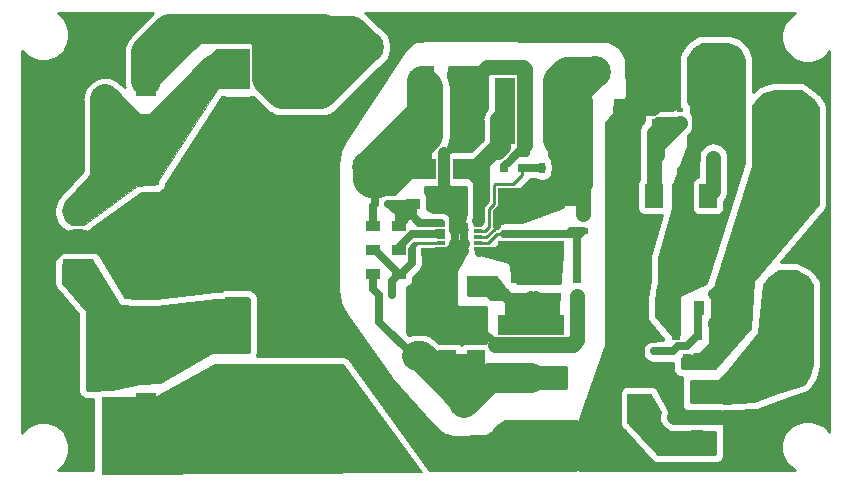
<source format=gbr>
G04 #@! TF.GenerationSoftware,KiCad,Pcbnew,(5.1.4)-1*
G04 #@! TF.CreationDate,2021-02-21T00:25:35+00:00*
G04 #@! TF.ProjectId,5v_to_bipolar15v_PSU,35765f74-6f5f-4626-9970-6f6c61723135,rev?*
G04 #@! TF.SameCoordinates,Original*
G04 #@! TF.FileFunction,Copper,L1,Top*
G04 #@! TF.FilePolarity,Positive*
%FSLAX46Y46*%
G04 Gerber Fmt 4.6, Leading zero omitted, Abs format (unit mm)*
G04 Created by KiCad (PCBNEW (5.1.4)-1) date 2021-02-21 00:25:35*
%MOMM*%
%LPD*%
G04 APERTURE LIST*
%ADD10C,0.100000*%
%ADD11R,0.600000X0.400000*%
%ADD12R,0.900000X1.200000*%
%ADD13C,2.700020*%
%ADD14R,0.500000X0.900000*%
%ADD15R,0.900000X0.500000*%
%ADD16R,0.750000X0.800000*%
%ADD17R,1.200000X0.900000*%
%ADD18R,0.800000X0.750000*%
%ADD19R,2.000000X2.600000*%
%ADD20O,2.000000X2.600000*%
%ADD21R,1.000000X1.000000*%
%ADD22C,0.600000*%
%ADD23R,1.600000X1.000000*%
%ADD24R,1.000000X1.600000*%
%ADD25R,3.800000X2.000000*%
%ADD26R,1.500000X2.000000*%
%ADD27R,2.000000X3.500000*%
%ADD28R,7.000000X7.000000*%
%ADD29R,0.650000X0.300000*%
%ADD30R,0.775000X1.240000*%
%ADD31R,0.800000X0.900000*%
%ADD32R,5.700000X1.700000*%
%ADD33R,1.700000X5.700000*%
%ADD34R,2.600000X2.000000*%
%ADD35O,2.600000X2.000000*%
%ADD36C,2.350000*%
%ADD37R,1.800000X2.500000*%
%ADD38R,2.500000X1.800000*%
%ADD39R,0.600000X0.500000*%
%ADD40C,0.800000*%
%ADD41C,0.250000*%
%ADD42C,0.203200*%
%ADD43C,1.270000*%
%ADD44C,1.016000*%
%ADD45C,0.635000*%
%ADD46C,2.540000*%
%ADD47C,0.254000*%
G04 APERTURE END LIST*
D10*
G36*
X125027500Y-86262400D02*
G01*
X126932500Y-86262400D01*
X126932500Y-92104400D01*
X125154500Y-92231400D01*
X120709500Y-95533400D01*
X119566500Y-95533400D01*
X119058500Y-95152400D01*
X118804500Y-94390400D01*
X119058500Y-93628400D01*
X121979500Y-90453400D01*
X121979500Y-84103400D01*
X122868500Y-84103400D01*
X125027500Y-86262400D01*
G37*
X125027500Y-86262400D02*
X126932500Y-86262400D01*
X126932500Y-92104400D01*
X125154500Y-92231400D01*
X120709500Y-95533400D01*
X119566500Y-95533400D01*
X119058500Y-95152400D01*
X118804500Y-94390400D01*
X119058500Y-93628400D01*
X121979500Y-90453400D01*
X121979500Y-84103400D01*
X122868500Y-84103400D01*
X125027500Y-86262400D01*
G36*
X142617500Y-107359900D02*
G01*
X149285000Y-116503900D01*
X122170500Y-116630900D01*
X122170500Y-110153900D01*
X126678500Y-110138400D01*
X131758500Y-107344400D01*
X138489500Y-107344400D01*
X142617500Y-107359900D01*
G37*
X142617500Y-107359900D02*
X149285000Y-116503900D01*
X122170500Y-116630900D01*
X122170500Y-110153900D01*
X126678500Y-110138400D01*
X131758500Y-107344400D01*
X138489500Y-107344400D01*
X142617500Y-107359900D01*
G36*
X133790500Y-83976400D02*
G01*
X132012500Y-83976400D01*
X126805500Y-92104400D01*
X125154500Y-92104400D01*
X125154500Y-86262400D01*
X126805500Y-86262400D01*
X131885500Y-80674400D01*
X133790500Y-80674400D01*
X133790500Y-83976400D01*
G37*
X133790500Y-83976400D02*
X132012500Y-83976400D01*
X126805500Y-92104400D01*
X125154500Y-92104400D01*
X125154500Y-86262400D01*
X126805500Y-86262400D01*
X131885500Y-80674400D01*
X133790500Y-80674400D01*
X133790500Y-83976400D01*
D11*
X168933000Y-106269400D03*
X168933000Y-105369400D03*
D12*
X172511000Y-89603400D03*
X169211000Y-89603400D03*
D13*
X152961000Y-110471400D03*
X142801000Y-110471400D03*
X174121000Y-82603400D03*
X163961000Y-82603400D03*
X144713000Y-90659400D03*
X144713000Y-80499400D03*
D14*
X160956500Y-90707400D03*
X159456500Y-90707400D03*
D15*
X162961000Y-94603400D03*
X162961000Y-96103400D03*
D16*
X149538500Y-96307400D03*
X149538500Y-97807400D03*
X169097000Y-85417400D03*
X169097000Y-86917400D03*
D17*
X147336500Y-95660400D03*
X145136500Y-95660400D03*
X150722500Y-93755400D03*
X148522500Y-93755400D03*
D16*
X162461000Y-100103400D03*
X162461000Y-101603400D03*
D18*
X157781500Y-90707400D03*
X156281500Y-90707400D03*
D16*
X157158500Y-100117400D03*
X157158500Y-101617400D03*
X158936500Y-100117400D03*
X158936500Y-101617400D03*
X160714500Y-100129400D03*
X160714500Y-101629400D03*
D19*
X167711000Y-111103400D03*
D20*
X165171000Y-111103400D03*
D21*
X172548000Y-110196900D03*
D10*
G36*
X173712703Y-111497622D02*
G01*
X173727264Y-111499782D01*
X173741543Y-111503359D01*
X173755403Y-111508318D01*
X173768710Y-111514612D01*
X173781336Y-111522180D01*
X173793159Y-111530948D01*
X173804066Y-111540834D01*
X173813952Y-111551741D01*
X173822720Y-111563564D01*
X173830288Y-111576190D01*
X173836582Y-111589497D01*
X173841541Y-111603357D01*
X173845118Y-111617636D01*
X173847278Y-111632197D01*
X173848000Y-111646900D01*
X173848000Y-111946900D01*
X173847278Y-111961603D01*
X173845118Y-111976164D01*
X173841541Y-111990443D01*
X173836582Y-112004303D01*
X173830288Y-112017610D01*
X173822720Y-112030236D01*
X173813952Y-112042059D01*
X173804066Y-112052966D01*
X173793159Y-112062852D01*
X173781336Y-112071620D01*
X173768710Y-112079188D01*
X173755403Y-112085482D01*
X173741543Y-112090441D01*
X173727264Y-112094018D01*
X173712703Y-112096178D01*
X173698000Y-112096900D01*
X171398000Y-112096900D01*
X171383297Y-112096178D01*
X171368736Y-112094018D01*
X171354457Y-112090441D01*
X171340597Y-112085482D01*
X171327290Y-112079188D01*
X171314664Y-112071620D01*
X171302841Y-112062852D01*
X171291934Y-112052966D01*
X171282048Y-112042059D01*
X171273280Y-112030236D01*
X171265712Y-112017610D01*
X171259418Y-112004303D01*
X171254459Y-111990443D01*
X171250882Y-111976164D01*
X171248722Y-111961603D01*
X171248000Y-111946900D01*
X171248000Y-111646900D01*
X171248722Y-111632197D01*
X171250882Y-111617636D01*
X171254459Y-111603357D01*
X171259418Y-111589497D01*
X171265712Y-111576190D01*
X171273280Y-111563564D01*
X171282048Y-111551741D01*
X171291934Y-111540834D01*
X171302841Y-111530948D01*
X171314664Y-111522180D01*
X171327290Y-111514612D01*
X171340597Y-111508318D01*
X171354457Y-111503359D01*
X171368736Y-111499782D01*
X171383297Y-111497622D01*
X171398000Y-111496900D01*
X173698000Y-111496900D01*
X173712703Y-111497622D01*
X173712703Y-111497622D01*
G37*
D22*
X172548000Y-111796900D03*
D21*
X172548000Y-113396900D03*
D23*
X153856500Y-103685400D03*
X153856500Y-106685400D03*
D24*
X149792500Y-85246400D03*
X152792500Y-85246400D03*
D25*
X171211000Y-99403400D03*
D26*
X171211000Y-93103400D03*
X168911000Y-93103400D03*
X173511000Y-93103400D03*
D12*
X169461000Y-102588400D03*
X172761000Y-102588400D03*
D27*
X138211000Y-103391400D03*
X133631000Y-103391400D03*
D28*
X135911000Y-110791400D03*
D27*
X138261000Y-82391400D03*
X133681000Y-82391400D03*
D28*
X135961000Y-89791400D03*
D29*
X150943000Y-95586400D03*
X150943000Y-96086400D03*
X150943000Y-96586400D03*
X150943000Y-97086400D03*
X150943000Y-97586400D03*
X154043000Y-97586400D03*
X154043000Y-97086400D03*
X154043000Y-96586400D03*
X154043000Y-96086400D03*
X154043000Y-95586400D03*
D30*
X152880500Y-97206400D03*
X152880500Y-95966400D03*
X152105500Y-97206400D03*
X152105500Y-95966400D03*
D11*
X171129000Y-86753400D03*
X171129000Y-85853400D03*
D17*
X145136500Y-97692400D03*
X147336500Y-97692400D03*
X145136500Y-99724400D03*
X147336500Y-99724400D03*
D31*
X172675500Y-104874400D03*
X170775500Y-104874400D03*
X171725500Y-106874400D03*
D32*
X158555500Y-108542400D03*
X158555500Y-104042400D03*
X158555500Y-93283400D03*
X158555500Y-97783400D03*
D33*
X160805500Y-85881400D03*
X156305500Y-85881400D03*
D34*
X120201500Y-99466400D03*
D35*
X120201500Y-96926400D03*
X120201500Y-94386400D03*
D36*
X179961000Y-101976400D03*
X179961000Y-106976400D03*
X179961000Y-91976400D03*
X179961000Y-86976400D03*
D37*
X125975500Y-99651400D03*
X125975500Y-103651400D03*
X125975500Y-107017400D03*
X125975500Y-111017400D03*
X125975500Y-90983400D03*
X125975500Y-94983400D03*
X125975500Y-83395400D03*
X125975500Y-87395400D03*
D38*
X150364500Y-100740400D03*
X154364500Y-100740400D03*
X149189500Y-90834400D03*
X153189500Y-90834400D03*
D24*
X119411500Y-108852400D03*
X122411500Y-108852400D03*
X119411500Y-104026400D03*
X122411500Y-104026400D03*
X122470500Y-84937400D03*
X119470500Y-84937400D03*
X122494500Y-89763400D03*
X119494500Y-89763400D03*
D23*
X151443500Y-103685400D03*
X151443500Y-106685400D03*
D24*
X119387500Y-106439400D03*
X122387500Y-106439400D03*
D23*
X148903500Y-103685400D03*
X148903500Y-106685400D03*
D24*
X149816500Y-87659400D03*
X152816500Y-87659400D03*
X122470500Y-87350400D03*
X119470500Y-87350400D03*
X163105500Y-85629000D03*
X166105500Y-85629000D03*
X163105500Y-88118200D03*
X166105500Y-88118200D03*
D39*
X146786500Y-101502400D03*
X145686500Y-101502400D03*
X145347500Y-93755400D03*
X146447500Y-93755400D03*
D24*
X149816500Y-82833400D03*
X152816500Y-82833400D03*
X163105500Y-90607400D03*
X166105500Y-90607400D03*
D40*
X129981000Y-115043400D03*
X129981000Y-112503400D03*
X132521000Y-115043400D03*
X127441000Y-115043400D03*
X124901000Y-115043400D03*
X135061000Y-115043400D03*
X137601000Y-115043400D03*
X140141000Y-115043400D03*
X140141000Y-112503400D03*
X142681000Y-115043400D03*
X145221000Y-115043400D03*
X142681000Y-112503400D03*
X152841000Y-97771400D03*
X132521000Y-92183400D03*
X135061000Y-92183400D03*
X137601000Y-92183400D03*
X137601000Y-102343400D03*
X126805500Y-95406400D03*
X126805500Y-99216400D03*
X152079000Y-95993400D03*
X152865900Y-96882400D03*
X152865900Y-95965200D03*
X152079000Y-96882400D03*
X126166500Y-96926400D03*
X174453000Y-111796900D03*
X170643000Y-111796900D03*
X117915500Y-85246400D03*
X117915500Y-87786400D03*
X117915500Y-90326400D03*
X117915500Y-109376400D03*
X117915500Y-106836400D03*
X117915500Y-104296400D03*
X173961000Y-90853400D03*
X173961000Y-89853400D03*
X137601000Y-99803400D03*
X137601000Y-97263400D03*
X137601000Y-94723400D03*
X135061000Y-94723400D03*
X135061000Y-97263400D03*
X135061000Y-99803400D03*
X132521000Y-99803400D03*
X132521000Y-97263400D03*
X132521000Y-94723400D03*
X129981000Y-92183400D03*
X129981000Y-94723400D03*
X129981000Y-97263400D03*
X129981000Y-99803400D03*
X140141000Y-99803400D03*
X140141000Y-97263400D03*
X140141000Y-94723400D03*
X140141000Y-92183400D03*
X140141000Y-89643400D03*
X140141000Y-102343400D03*
X140141000Y-104883400D03*
X142681000Y-104883400D03*
X157667000Y-113773400D03*
X163001000Y-113773400D03*
X152333000Y-115043400D03*
X149031000Y-113011400D03*
X144586000Y-107423400D03*
X146745000Y-110217400D03*
X142046000Y-87103400D03*
X144967000Y-84055400D03*
X147507000Y-79864400D03*
X150809000Y-78721400D03*
X155635000Y-78721400D03*
X160461000Y-78721400D03*
X165287000Y-78721400D03*
X168843000Y-82531400D03*
X167282000Y-85626400D03*
X167282000Y-88039400D03*
X167282000Y-90579400D03*
X166049000Y-96247400D03*
X166176000Y-101708400D03*
X169568000Y-108105400D03*
X152105500Y-95104400D03*
X152079000Y-97771400D03*
D41*
X151725500Y-97586400D02*
X152105500Y-97206400D01*
X150943000Y-97586400D02*
X151725500Y-97586400D01*
D42*
X125975500Y-99651400D02*
X125975500Y-94983400D01*
X125975500Y-94633400D02*
X129179000Y-91429900D01*
X125975500Y-94983400D02*
X125975500Y-94633400D01*
X124703700Y-96926400D02*
X120201500Y-96926400D01*
X125975500Y-99651400D02*
X125975500Y-98198200D01*
X125975500Y-98198200D02*
X124703700Y-96926400D01*
D43*
X120201500Y-96926400D02*
X126166500Y-96926400D01*
X119470500Y-89739400D02*
X119494500Y-89763400D01*
X119470500Y-84937400D02*
X119470500Y-89739400D01*
X119411500Y-108852400D02*
X119411500Y-104026400D01*
X119796500Y-97331400D02*
X120201500Y-96926400D01*
X117641500Y-97331400D02*
X119796500Y-97331400D01*
X119054500Y-96926400D02*
X117641500Y-95513400D01*
X120201500Y-96926400D02*
X119054500Y-96926400D01*
X119062500Y-96926400D02*
X117641500Y-98347400D01*
X120201500Y-96926400D02*
X119062500Y-96926400D01*
X117641500Y-97331400D02*
X117641500Y-98347400D01*
X117641500Y-101956400D02*
X117641500Y-97077400D01*
X119411500Y-103726400D02*
X117641500Y-101956400D01*
X119411500Y-104026400D02*
X119411500Y-103726400D01*
X117641500Y-95513400D02*
X117641500Y-97077400D01*
X117641500Y-97077400D02*
X117641500Y-97331400D01*
X117641500Y-95513400D02*
X117641500Y-93686400D01*
D41*
X152105500Y-97206400D02*
X152105500Y-97206400D01*
D44*
X152105500Y-97438900D02*
X151316500Y-98227900D01*
X152105500Y-97206400D02*
X152105500Y-97438900D01*
D45*
X152053100Y-95965200D02*
X152053100Y-94873000D01*
D43*
X126166500Y-96926400D02*
X126166500Y-96926400D01*
X174453000Y-111796900D02*
X172548000Y-111796900D01*
X170643000Y-111796900D02*
X172548000Y-111796900D01*
X118887500Y-109376400D02*
X119411500Y-108852400D01*
X117915500Y-109376400D02*
X118887500Y-109376400D01*
X118990500Y-106836400D02*
X119387500Y-106439400D01*
X117915500Y-106836400D02*
X118990500Y-106836400D01*
X119141500Y-104296400D02*
X119411500Y-104026400D01*
X117915500Y-104296400D02*
X119141500Y-104296400D01*
X118931500Y-90326400D02*
X119494500Y-89763400D01*
X117915500Y-90326400D02*
X118931500Y-90326400D01*
X119034500Y-87786400D02*
X119470500Y-87350400D01*
X117915500Y-87786400D02*
X119034500Y-87786400D01*
X119161500Y-85246400D02*
X119470500Y-84937400D01*
X117915500Y-85246400D02*
X119161500Y-85246400D01*
D45*
X151975100Y-94873000D02*
X152053100Y-94873000D01*
X150601999Y-97753901D02*
X151549500Y-97753901D01*
X150548500Y-97807400D02*
X150601999Y-97753901D01*
X150969000Y-98227900D02*
X151316500Y-98227900D01*
X150548500Y-97807400D02*
X150969000Y-98227900D01*
X150548500Y-97807400D02*
X151316500Y-98575400D01*
X149538500Y-97807400D02*
X150548500Y-97807400D01*
D44*
X151147501Y-93037401D02*
X151757750Y-93647650D01*
X151147501Y-89494999D02*
X151147501Y-93037401D01*
X152105500Y-93995400D02*
X152105500Y-94876900D01*
X151865500Y-93755400D02*
X152105500Y-93995400D01*
X150364500Y-99722400D02*
X150863750Y-99223150D01*
X150364500Y-100486400D02*
X150364500Y-99722400D01*
X150364500Y-103368400D02*
X151062500Y-104066400D01*
X150364500Y-101121400D02*
X150364500Y-103368400D01*
X151443500Y-103685400D02*
X148903500Y-103685400D01*
X151443500Y-103685400D02*
X153856500Y-103685400D01*
D41*
X166105500Y-85629000D02*
X166105500Y-88118200D01*
X166105500Y-88118200D02*
X166105500Y-90607400D01*
X157480501Y-89267399D02*
X157480501Y-82771399D01*
X156294500Y-90453400D02*
X157480501Y-89267399D01*
X156269500Y-90453400D02*
X156294500Y-90453400D01*
X152816500Y-82833400D02*
X152816500Y-87659400D01*
X151722902Y-89306998D02*
X150959500Y-89306998D01*
X152816500Y-88213400D02*
X151722902Y-89306998D01*
X152816500Y-87659400D02*
X152816500Y-87959400D01*
D45*
X157426502Y-82370900D02*
X154283000Y-82370900D01*
X157673001Y-89145401D02*
X157673001Y-82617399D01*
X156281500Y-90707400D02*
X156281500Y-90536902D01*
X157673001Y-82617399D02*
X157426502Y-82370900D01*
X154283000Y-82370900D02*
X153902000Y-82751900D01*
X153025000Y-82624900D02*
X152816500Y-82833400D01*
X153775000Y-82624900D02*
X153025000Y-82624900D01*
D41*
X153902000Y-82497900D02*
X153775000Y-82624900D01*
D43*
X166105500Y-85629000D02*
X166105500Y-90607400D01*
X168885400Y-85629000D02*
X169097000Y-85417400D01*
X166105500Y-85629000D02*
X167241600Y-85629000D01*
D45*
X162461000Y-101603400D02*
X162461000Y-104768402D01*
X162461000Y-104768402D02*
X161819501Y-105409901D01*
X153856500Y-104820400D02*
X153856500Y-103685400D01*
X161819501Y-105409901D02*
X155291499Y-105409901D01*
X155291499Y-105409901D02*
X154722999Y-104841401D01*
X154722999Y-104841401D02*
X153877501Y-104841401D01*
X153877501Y-104841401D02*
X153856500Y-104820400D01*
D43*
X162073501Y-105727401D02*
X155491501Y-105727401D01*
X162461000Y-101603400D02*
X162461000Y-105339902D01*
X162461000Y-105339902D02*
X162073501Y-105727401D01*
X157823501Y-82196399D02*
X157990501Y-82363399D01*
X154787499Y-82196399D02*
X157823501Y-82196399D01*
X152816500Y-82833400D02*
X152816500Y-84167398D01*
X152816500Y-84167398D02*
X154787499Y-82196399D01*
X157990501Y-82363399D02*
X157990501Y-88815401D01*
D45*
X157331009Y-89487393D02*
X158077007Y-89487393D01*
X156713001Y-90105401D02*
X157331009Y-89487393D01*
X156713001Y-90105401D02*
X157673001Y-89145401D01*
X156281500Y-90536902D02*
X156713001Y-90105401D01*
X157990501Y-89400887D02*
X158077007Y-89487393D01*
X173961000Y-90853400D02*
X173961000Y-89853400D01*
D43*
X173961000Y-92653400D02*
X173511000Y-93103400D01*
X173961000Y-89853400D02*
X173961000Y-92653400D01*
X167241600Y-85629000D02*
X168885400Y-85629000D01*
D44*
X152105500Y-94876900D02*
X152105500Y-95966400D01*
X151816250Y-98270650D02*
X152880500Y-97206400D01*
X151757750Y-93647650D02*
X151865500Y-93755400D01*
X150863750Y-99223150D02*
X151816250Y-98270650D01*
D45*
X145136500Y-97692400D02*
X145304500Y-97692400D01*
X145304500Y-97692400D02*
X147336500Y-99724400D01*
X146786500Y-100274400D02*
X147336500Y-99724400D01*
X146786500Y-101502400D02*
X146786500Y-100274400D01*
X148454001Y-98756899D02*
X148454001Y-98556401D01*
X147336500Y-99724400D02*
X147486500Y-99724400D01*
X147486500Y-99724400D02*
X148454001Y-98756899D01*
X148454001Y-98556401D02*
X148454001Y-97692400D01*
D41*
X148261501Y-97499900D02*
X148454001Y-97692400D01*
X148261501Y-97445399D02*
X148261501Y-97499900D01*
X148649500Y-97057400D02*
X148261501Y-97445399D01*
X150943000Y-97086400D02*
X150382998Y-97086400D01*
X150382998Y-97086400D02*
X150353998Y-97057400D01*
X148454001Y-97887899D02*
X148649500Y-97692400D01*
X148454001Y-98756899D02*
X148454001Y-97887899D01*
X148649500Y-97692400D02*
X148649500Y-97311400D01*
X148903500Y-97057400D02*
X149030500Y-97057400D01*
X148649500Y-97311400D02*
X148903500Y-97057400D01*
X150353998Y-97057400D02*
X149030500Y-97057400D01*
X149030500Y-97057400D02*
X148649500Y-97057400D01*
X155952500Y-88548400D02*
X156305500Y-88548400D01*
X153539500Y-90961400D02*
X155952500Y-88548400D01*
X153189500Y-90961400D02*
X153539500Y-90961400D01*
D44*
X154166490Y-91811390D02*
X153189500Y-90834400D01*
X154043000Y-95228391D02*
X154166490Y-95228391D01*
X154460000Y-93136880D02*
X154166490Y-93430390D01*
X154460000Y-89913900D02*
X154460000Y-93136880D01*
X154166490Y-93430390D02*
X154166490Y-91811390D01*
X154166490Y-95228391D02*
X154166490Y-93430390D01*
X154460000Y-89913900D02*
X155571500Y-88802400D01*
X153539500Y-90834400D02*
X154460000Y-89913900D01*
X154166490Y-92414390D02*
X154547489Y-92795389D01*
X154166490Y-91811390D02*
X154166490Y-92414390D01*
X154547489Y-93476947D02*
X154166490Y-93857946D01*
X154547489Y-92795389D02*
X154547489Y-93476947D01*
X154166490Y-94771400D02*
X154166490Y-93857946D01*
X155375098Y-89564400D02*
X155803712Y-89564400D01*
X154547489Y-93476947D02*
X154547489Y-90392009D01*
X154547489Y-90392009D02*
X155375098Y-89564400D01*
X153189500Y-90834400D02*
X153539500Y-90834400D01*
X155571500Y-88802400D02*
X155571500Y-86615400D01*
X155571500Y-86615400D02*
X156305500Y-85881400D01*
X156305500Y-89062612D02*
X156305500Y-85881400D01*
X155803712Y-89564400D02*
X156305500Y-89062612D01*
D41*
X154890820Y-97086400D02*
X155674310Y-96302910D01*
X154043000Y-97086400D02*
X154890820Y-97086400D01*
D45*
X162461000Y-96603400D02*
X162961000Y-96103400D01*
X162461000Y-100103400D02*
X162461000Y-96603400D01*
X161876000Y-96103400D02*
X161676490Y-96302910D01*
X162961000Y-96103400D02*
X161876000Y-96103400D01*
D41*
X155674310Y-96302910D02*
X156261490Y-96302910D01*
X156261490Y-96302910D02*
X162088990Y-96302910D01*
D45*
X162160510Y-96302910D02*
X162461000Y-96603400D01*
X161160510Y-96302910D02*
X162160510Y-96302910D01*
X161160510Y-96302910D02*
X156261490Y-96302910D01*
X161676490Y-96302910D02*
X161160510Y-96302910D01*
X176867500Y-110196900D02*
X179961000Y-107103400D01*
X172548000Y-110196900D02*
X176867500Y-110196900D01*
X179961000Y-107103400D02*
X179961000Y-102103400D01*
X172675500Y-102673900D02*
X172761000Y-102588400D01*
X172675500Y-104874400D02*
X172675500Y-102673900D01*
X171707999Y-105841901D02*
X172675500Y-104874400D01*
X170976497Y-105841901D02*
X171707999Y-105841901D01*
X170548998Y-106269400D02*
X170976497Y-105841901D01*
X168933000Y-106269400D02*
X170548998Y-106269400D01*
D41*
X163105500Y-85629000D02*
X163105500Y-90607400D01*
X162773700Y-87786400D02*
X163105500Y-88118200D01*
X160805500Y-88548400D02*
X162265700Y-88548400D01*
X160805500Y-90548400D02*
X160805500Y-88548400D01*
X158555500Y-92993400D02*
X158555500Y-92798400D01*
X156555500Y-93283400D02*
X158555500Y-93283400D01*
X155455500Y-94383400D02*
X156555500Y-93283400D01*
X155455500Y-95885310D02*
X155455500Y-94383400D01*
X154754410Y-96586400D02*
X155455500Y-95885310D01*
X154043000Y-96586400D02*
X154754410Y-96586400D01*
D45*
X163105500Y-90607400D02*
X163105500Y-91390400D01*
X156827736Y-93283400D02*
X155642010Y-94469126D01*
X158555500Y-93283400D02*
X156827736Y-93283400D01*
X155642010Y-94469126D02*
X155642010Y-95660400D01*
D46*
X160226502Y-93283400D02*
X158555500Y-93283400D01*
D45*
X161526499Y-93168899D02*
X160933751Y-92576151D01*
D46*
X162111500Y-91398402D02*
X160933751Y-92576151D01*
X160933751Y-92576151D02*
X160226502Y-93283400D01*
D45*
X163105500Y-90607400D02*
X163105500Y-91497900D01*
D43*
X162961000Y-92247902D02*
X162111500Y-91398402D01*
X162961000Y-93568900D02*
X162961000Y-94353400D01*
X162675500Y-93283400D02*
X162961000Y-93568900D01*
X158555500Y-93283400D02*
X162675500Y-93283400D01*
X162961000Y-94603400D02*
X162961000Y-94353400D01*
X162961000Y-94353400D02*
X162961000Y-92247902D01*
X163105500Y-85097400D02*
X162111500Y-84103400D01*
X163105500Y-92103402D02*
X163105500Y-85097400D01*
X162961000Y-92247902D02*
X163105500Y-92103402D01*
D46*
X163961000Y-82603400D02*
X161595500Y-82603400D01*
X160805500Y-83393400D02*
X160805500Y-85881400D01*
X161595500Y-82603400D02*
X160805500Y-83393400D01*
X160805500Y-88336900D02*
X162111500Y-89642900D01*
X160805500Y-85881400D02*
X160805500Y-88336900D01*
X162111500Y-91398402D02*
X162111500Y-89642900D01*
X162111500Y-89642900D02*
X162111500Y-84103400D01*
X162461000Y-84103400D02*
X162111500Y-84103400D01*
X163961000Y-82603400D02*
X162461000Y-84103400D01*
D45*
X169261000Y-86753400D02*
X169097000Y-86917400D01*
X171129000Y-86753400D02*
X169261000Y-86753400D01*
X169097000Y-89489400D02*
X169211000Y-89603400D01*
X169097000Y-86917400D02*
X169097000Y-89489400D01*
X169211000Y-92803400D02*
X168911000Y-93103400D01*
X169211000Y-89603400D02*
X169211000Y-92803400D01*
D43*
X168911000Y-89106401D02*
X171129000Y-86888401D01*
X168911000Y-93103400D02*
X168911000Y-89106401D01*
X169211000Y-87733400D02*
X169711000Y-87233400D01*
X169211000Y-89603400D02*
X169211000Y-87733400D01*
X168911000Y-87735400D02*
X168911000Y-89106401D01*
X169413000Y-87233400D02*
X168911000Y-87735400D01*
X169711000Y-87233400D02*
X169413000Y-87233400D01*
D41*
X150943000Y-96586400D02*
X150943000Y-96414900D01*
X150943000Y-96414900D02*
X150943000Y-96086400D01*
X150943000Y-96086400D02*
X150311500Y-96086400D01*
X150163500Y-96307400D02*
X150175500Y-96295400D01*
X149538500Y-96307400D02*
X150163500Y-96307400D01*
X150175500Y-96295400D02*
X150681500Y-96295400D01*
X150801000Y-96414900D02*
X150943000Y-96414900D01*
X150681500Y-96295400D02*
X150801000Y-96414900D01*
D45*
X150601991Y-96253909D02*
X150943000Y-96253909D01*
X149538500Y-96307400D02*
X150548500Y-96307400D01*
X150548500Y-96307400D02*
X150601991Y-96253909D01*
X147336500Y-97461754D02*
X147336500Y-97692400D01*
X148490854Y-96307400D02*
X147336500Y-97461754D01*
X149538500Y-96307400D02*
X148490854Y-96307400D01*
D41*
X149189500Y-88286400D02*
X149816500Y-87659400D01*
X149189500Y-90961400D02*
X149189500Y-88540400D01*
X149816500Y-87659400D02*
X149816500Y-82833400D01*
D45*
X145136500Y-93966400D02*
X145347500Y-93755400D01*
X145136500Y-95660400D02*
X145136500Y-93966400D01*
X145347500Y-92870400D02*
X145478500Y-92739400D01*
X145347500Y-93755400D02*
X145347500Y-92870400D01*
X148839500Y-90834400D02*
X149189500Y-90834400D01*
X146934500Y-92739400D02*
X148839500Y-90834400D01*
X145478500Y-92739400D02*
X146934500Y-92739400D01*
D46*
X146113702Y-89691400D02*
X147129702Y-88675400D01*
X145347500Y-90834400D02*
X146109500Y-91596400D01*
X144971499Y-92035399D02*
X145639581Y-92035399D01*
X144713000Y-90659400D02*
X144713000Y-91776900D01*
X144713000Y-91776900D02*
X144971499Y-92035399D01*
X144713000Y-90659400D02*
X149285000Y-86087400D01*
X149285000Y-86087400D02*
X149285000Y-83364900D01*
X149816500Y-88028672D02*
X149169491Y-88675681D01*
X149285000Y-83364900D02*
X149816500Y-83896400D01*
X149816500Y-83896400D02*
X149816500Y-88028672D01*
D41*
X150785000Y-95428400D02*
X150943000Y-95586400D01*
D45*
X147379500Y-94532400D02*
X147379500Y-93755400D01*
X147336500Y-94575400D02*
X147379500Y-94532400D01*
X146447500Y-93755400D02*
X147379500Y-93755400D01*
X147379500Y-93755400D02*
X148522500Y-93755400D01*
X150312999Y-95418899D02*
X150943000Y-95418899D01*
X148522500Y-93755400D02*
X148649500Y-93755400D01*
X149022990Y-95271890D02*
X149140999Y-95389899D01*
X149140999Y-95389899D02*
X150283999Y-95389899D01*
X150283999Y-95389899D02*
X150312999Y-95418899D01*
X148522500Y-94840400D02*
X148522500Y-93755400D01*
X149071999Y-95389899D02*
X148522500Y-94840400D01*
X149140999Y-95389899D02*
X149071999Y-95389899D01*
X148156500Y-94840400D02*
X147336500Y-95660400D01*
X148522500Y-94840400D02*
X148156500Y-94840400D01*
X147336500Y-95660400D02*
X147336500Y-94941400D01*
X147887500Y-94260400D02*
X147887500Y-94390400D01*
X147382500Y-93755400D02*
X147887500Y-94260400D01*
X146447500Y-93755400D02*
X147382500Y-93755400D01*
X147336500Y-94941400D02*
X147887500Y-94390400D01*
X147887500Y-94390400D02*
X148522500Y-93755400D01*
X146516500Y-93755400D02*
X146447500Y-93755400D01*
X147336500Y-95660400D02*
X147336500Y-94575400D01*
X147336500Y-94575400D02*
X146516500Y-93755400D01*
D41*
X136231500Y-109779400D02*
X135119500Y-108667400D01*
D43*
X135404500Y-110506400D02*
X135119500Y-110791400D01*
X134893500Y-111017400D02*
X135119500Y-110791400D01*
X125975500Y-111017400D02*
X129716500Y-111017400D01*
X139365500Y-110506400D02*
X136825500Y-110506400D01*
X136825500Y-110506400D02*
X135404500Y-110506400D01*
X134796500Y-111017400D02*
X134893500Y-111017400D01*
X132256500Y-111017400D02*
X134796500Y-111017400D01*
X129716500Y-111017400D02*
X132256500Y-111017400D01*
D46*
X136231000Y-110471400D02*
X135911000Y-110791400D01*
X142801000Y-110471400D02*
X136231000Y-110471400D01*
D41*
X154067999Y-96111399D02*
X154043000Y-96086400D01*
X154344499Y-96111399D02*
X154067999Y-96111399D01*
X157769500Y-90453400D02*
X159456500Y-90453400D01*
X154018001Y-96061401D02*
X154043000Y-96086400D01*
X154642999Y-96061401D02*
X154018001Y-96061401D01*
X157769500Y-90453400D02*
X157744500Y-90453400D01*
X154999500Y-95704900D02*
X154642999Y-96061401D01*
D45*
X159456500Y-90707400D02*
X157781500Y-90707400D01*
D41*
X155445499Y-92108399D02*
X155380499Y-92173399D01*
X157005501Y-92108399D02*
X155445499Y-92108399D01*
X157781500Y-90707400D02*
X157781500Y-91332400D01*
X157781500Y-91332400D02*
X157005501Y-92108399D01*
X154999500Y-94202990D02*
X154999500Y-95704900D01*
X155380499Y-93821991D02*
X154999500Y-94202990D01*
X155380499Y-92173399D02*
X155380499Y-93821991D01*
D43*
X127835500Y-87395400D02*
X132839500Y-82391400D01*
X125975500Y-87395400D02*
X127835500Y-87395400D01*
X125975500Y-87395400D02*
X125975500Y-90983400D01*
X122470500Y-89739400D02*
X122494500Y-89763400D01*
X122470500Y-84937400D02*
X122470500Y-89739400D01*
D42*
X122515500Y-87395400D02*
X122470500Y-87350400D01*
X125975500Y-87395400D02*
X122515500Y-87395400D01*
X120501500Y-94386400D02*
X120201500Y-94386400D01*
X122494500Y-92393400D02*
X120501500Y-94386400D01*
X122494500Y-89763400D02*
X122494500Y-92393400D01*
D46*
X131775502Y-82391400D02*
X133410991Y-82391400D01*
X125975500Y-87395400D02*
X126771502Y-87395400D01*
X126771502Y-87395400D02*
X131775502Y-82391400D01*
X124928500Y-87395400D02*
X122470500Y-84937400D01*
X125975500Y-87395400D02*
X124928500Y-87395400D01*
X122470500Y-92117400D02*
X120201500Y-94386400D01*
X122470500Y-84937400D02*
X122470500Y-92117400D01*
X123604500Y-90983400D02*
X125975500Y-90983400D01*
X120201500Y-94386400D02*
X123604500Y-90983400D01*
D43*
X125975500Y-107017400D02*
X125975500Y-103651400D01*
X125975500Y-103651400D02*
X132579500Y-103651400D01*
D42*
X125600500Y-104026400D02*
X125975500Y-103651400D01*
X122411500Y-104026400D02*
X125600500Y-104026400D01*
D43*
X122411500Y-108852400D02*
X122411500Y-104026400D01*
X122411500Y-101676400D02*
X120201500Y-99466400D01*
X122411500Y-103994900D02*
X122411500Y-101644900D01*
D45*
X172760500Y-106874400D02*
X176461000Y-103173900D01*
X171725500Y-106874400D02*
X172760500Y-106874400D01*
X176461000Y-95603400D02*
X179961000Y-92103400D01*
X176461000Y-103173900D02*
X176461000Y-95603400D01*
X179961000Y-87103400D02*
X179961000Y-92103400D01*
X170004500Y-113396900D02*
X167711000Y-111103400D01*
X172548000Y-113396900D02*
X170004500Y-113396900D01*
D41*
X158555500Y-107442400D02*
X158555500Y-108542400D01*
D45*
X145136500Y-100952400D02*
X145686500Y-101502400D01*
X145136500Y-99724400D02*
X145136500Y-100952400D01*
X145686500Y-102387400D02*
X145686500Y-101502400D01*
X145686500Y-103768400D02*
X145686500Y-102387400D01*
X148603500Y-106685400D02*
X145686500Y-103768400D01*
X148903500Y-106685400D02*
X148603500Y-106685400D01*
D46*
X154944500Y-108542400D02*
X152840500Y-110646400D01*
X158555500Y-108542400D02*
X154944500Y-108542400D01*
X152840500Y-108737198D02*
X151828702Y-107725400D01*
X152840500Y-110646400D02*
X152840500Y-108737198D01*
X149175000Y-106685400D02*
X152961000Y-110471400D01*
X148903500Y-106685400D02*
X149175000Y-106685400D01*
D43*
X134744500Y-78966400D02*
X137419500Y-81641400D01*
X127884500Y-78966400D02*
X134744500Y-78966400D01*
D46*
X127884500Y-78966400D02*
X125975500Y-80875400D01*
X125975500Y-80875400D02*
X125975500Y-83395400D01*
X136006500Y-78966400D02*
X136006500Y-79461400D01*
X140972500Y-78966400D02*
X136006500Y-78966400D01*
X136006500Y-79461400D02*
X137219500Y-80674400D01*
X139737500Y-83617400D02*
X138645500Y-83617400D01*
X141155491Y-79149391D02*
X140972500Y-78966400D01*
X143362991Y-79149391D02*
X141155491Y-79149391D01*
X144713000Y-80499400D02*
X143362991Y-79149391D01*
X141595000Y-83617400D02*
X139737500Y-83617400D01*
X135652002Y-78966400D02*
X133274000Y-78966400D01*
X138261000Y-81575398D02*
X135652002Y-78966400D01*
X138261000Y-82391400D02*
X138261000Y-81575398D01*
X136006500Y-78966400D02*
X133274000Y-78966400D01*
X135652002Y-78966400D02*
X137401500Y-78966400D01*
X137401500Y-78966400D02*
X139696500Y-81261400D01*
X139696500Y-81261400D02*
X143951000Y-81261400D01*
X144713000Y-80499400D02*
X143951000Y-81261400D01*
X143951000Y-81261400D02*
X141595000Y-83617400D01*
D45*
X133937502Y-78966400D02*
X136775500Y-81804398D01*
X131641000Y-78966400D02*
X133937502Y-78966400D01*
D46*
X133274000Y-78966400D02*
X131641000Y-78966400D01*
D45*
X136775500Y-81804398D02*
X136775500Y-83610900D01*
X136775500Y-83610900D02*
X136782000Y-83617400D01*
X138261000Y-82391400D02*
X137868000Y-82391400D01*
X137290000Y-82969400D02*
X137290000Y-83617400D01*
X137868000Y-82391400D02*
X137290000Y-82969400D01*
X136782000Y-83617400D02*
X137290000Y-83617400D01*
X137290000Y-83617400D02*
X138645500Y-83617400D01*
X136782000Y-83617400D02*
X136782000Y-83807900D01*
X138664500Y-84690400D02*
X139737500Y-83617400D01*
X137664500Y-84690400D02*
X138664500Y-84690400D01*
D46*
X136006500Y-79320898D02*
X136151001Y-79465399D01*
X136006500Y-78966400D02*
X136006500Y-79320898D01*
X136151001Y-83176901D02*
X137442250Y-84468150D01*
X136151001Y-79465399D02*
X136151001Y-83176901D01*
D45*
X136782000Y-83807900D02*
X137442250Y-84468150D01*
X137442250Y-84468150D02*
X137664500Y-84690400D01*
D46*
X140744250Y-84468150D02*
X141595000Y-83617400D01*
X137442250Y-84468150D02*
X140744250Y-84468150D01*
X130054500Y-78966400D02*
X131323500Y-78966400D01*
X125975500Y-83045400D02*
X130054500Y-78966400D01*
X125975500Y-83395400D02*
X125975500Y-83045400D01*
X131641000Y-78966400D02*
X131323500Y-78966400D01*
X131323500Y-78966400D02*
X127884500Y-78966400D01*
D45*
X170775500Y-103902900D02*
X169461000Y-102588400D01*
X170775500Y-104874400D02*
X170775500Y-103902900D01*
X169461000Y-101153400D02*
X171211000Y-99403400D01*
X169461000Y-102588400D02*
X169461000Y-101153400D01*
X171211000Y-99403400D02*
X171211000Y-93103400D01*
X171211000Y-90903400D02*
X172511000Y-89603400D01*
X171211000Y-93103400D02*
X171211000Y-90903400D01*
X172511000Y-84213400D02*
X174121000Y-82603400D01*
X172511000Y-89603400D02*
X172511000Y-84213400D01*
D44*
X158936500Y-97874400D02*
X158555500Y-97493400D01*
X158936500Y-99736400D02*
X158936500Y-97874400D01*
X158555500Y-97493400D02*
X157994488Y-98054412D01*
D45*
X154269502Y-97783400D02*
X158555500Y-97783400D01*
X154108501Y-97944401D02*
X154269502Y-97783400D01*
D44*
X154364500Y-100486400D02*
X155126500Y-101248400D01*
X158555500Y-101998400D02*
X158936500Y-101617400D01*
X158555500Y-103443400D02*
X158555500Y-101617400D01*
D41*
X160089500Y-101629400D02*
X160714500Y-101629400D01*
X155603500Y-101629400D02*
X160089500Y-101629400D01*
X154714500Y-100740400D02*
X155603500Y-101629400D01*
X154364500Y-100740400D02*
X154714500Y-100740400D01*
D45*
X160702500Y-101617400D02*
X160714500Y-101629400D01*
X157158500Y-101617400D02*
X160702500Y-101617400D01*
X155241500Y-101617400D02*
X157158500Y-101617400D01*
X154364500Y-100740400D02*
X155241500Y-101617400D01*
D47*
G36*
X123648598Y-102329741D02*
G01*
X123663438Y-102349731D01*
X123681893Y-102366442D01*
X123703253Y-102379232D01*
X123726698Y-102387608D01*
X123746002Y-102390878D01*
X125143002Y-102517878D01*
X125154500Y-102518400D01*
X126805500Y-102518400D01*
X126821252Y-102517419D01*
X131894635Y-101883246D01*
X134616264Y-101830152D01*
X134616737Y-106280400D01*
X131568500Y-106280400D01*
X131543724Y-106282840D01*
X131519899Y-106290067D01*
X131505490Y-106297133D01*
X127085285Y-108822964D01*
X125462760Y-108947774D01*
X125445981Y-108950200D01*
X123030542Y-109465939D01*
X122168145Y-109468904D01*
X122105161Y-109475298D01*
X122042144Y-109481033D01*
X122038706Y-109482045D01*
X122035139Y-109482407D01*
X121974602Y-109500912D01*
X121966148Y-109503400D01*
X120963500Y-109503400D01*
X120963500Y-102899400D01*
X120961060Y-102874624D01*
X120953833Y-102850799D01*
X120942097Y-102828843D01*
X120933644Y-102817595D01*
X118931500Y-100440049D01*
X118931500Y-98853450D01*
X119183550Y-98601400D01*
X119734127Y-98601400D01*
X119796500Y-98607543D01*
X119858873Y-98601400D01*
X119858880Y-98601400D01*
X120045463Y-98583023D01*
X120050813Y-98581400D01*
X121399593Y-98581400D01*
X123648598Y-102329741D01*
X123648598Y-102329741D01*
G37*
X123648598Y-102329741D02*
X123663438Y-102349731D01*
X123681893Y-102366442D01*
X123703253Y-102379232D01*
X123726698Y-102387608D01*
X123746002Y-102390878D01*
X125143002Y-102517878D01*
X125154500Y-102518400D01*
X126805500Y-102518400D01*
X126821252Y-102517419D01*
X131894635Y-101883246D01*
X134616264Y-101830152D01*
X134616737Y-106280400D01*
X131568500Y-106280400D01*
X131543724Y-106282840D01*
X131519899Y-106290067D01*
X131505490Y-106297133D01*
X127085285Y-108822964D01*
X125462760Y-108947774D01*
X125445981Y-108950200D01*
X123030542Y-109465939D01*
X122168145Y-109468904D01*
X122105161Y-109475298D01*
X122042144Y-109481033D01*
X122038706Y-109482045D01*
X122035139Y-109482407D01*
X121974602Y-109500912D01*
X121966148Y-109503400D01*
X120963500Y-109503400D01*
X120963500Y-102899400D01*
X120961060Y-102874624D01*
X120953833Y-102850799D01*
X120942097Y-102828843D01*
X120933644Y-102817595D01*
X118931500Y-100440049D01*
X118931500Y-98853450D01*
X119183550Y-98601400D01*
X119734127Y-98601400D01*
X119796500Y-98607543D01*
X119858873Y-98601400D01*
X119858880Y-98601400D01*
X120045463Y-98583023D01*
X120050813Y-98581400D01*
X121399593Y-98581400D01*
X123648598Y-102329741D01*
G36*
X119947500Y-91650363D02*
G01*
X118554387Y-93164616D01*
X118550848Y-93169309D01*
X118546536Y-93173298D01*
X118510638Y-93222644D01*
X118473905Y-93271366D01*
X118471347Y-93276654D01*
X118467890Y-93281406D01*
X118442268Y-93336769D01*
X118415690Y-93391713D01*
X118414207Y-93397402D01*
X118411740Y-93402732D01*
X118408652Y-93411784D01*
X118262126Y-93851363D01*
X118198465Y-93928665D01*
X118184598Y-93949342D01*
X118175031Y-93972327D01*
X118170133Y-93996737D01*
X118169500Y-94009400D01*
X118169500Y-94129240D01*
X118154652Y-94173784D01*
X118151362Y-94188223D01*
X118145921Y-94201991D01*
X118136538Y-94253290D01*
X118124954Y-94304133D01*
X118124532Y-94318929D01*
X118121867Y-94333497D01*
X118122627Y-94385651D01*
X118121140Y-94437766D01*
X118123600Y-94452366D01*
X118123816Y-94467171D01*
X118134688Y-94518168D01*
X118143354Y-94569596D01*
X118148604Y-94583442D01*
X118151691Y-94597922D01*
X118154652Y-94607016D01*
X118169500Y-94651560D01*
X118169500Y-95279400D01*
X118171940Y-95304176D01*
X118179167Y-95328001D01*
X118190903Y-95349957D01*
X118206697Y-95369203D01*
X119058500Y-96221006D01*
X119058500Y-97639794D01*
X118878894Y-97819400D01*
X118804500Y-97819400D01*
X118680618Y-97831601D01*
X118561496Y-97867736D01*
X118451713Y-97926417D01*
X118355487Y-98005387D01*
X118276517Y-98101613D01*
X118217836Y-98211396D01*
X118181701Y-98330518D01*
X118169500Y-98454400D01*
X118169500Y-100867400D01*
X118171940Y-100892176D01*
X118179167Y-100916001D01*
X118196252Y-100945370D01*
X119947500Y-103196975D01*
X119947500Y-109884400D01*
X116645500Y-109884400D01*
X116645500Y-84230400D01*
X119947500Y-84230400D01*
X119947500Y-91650363D01*
X119947500Y-91650363D01*
G37*
X119947500Y-91650363D02*
X118554387Y-93164616D01*
X118550848Y-93169309D01*
X118546536Y-93173298D01*
X118510638Y-93222644D01*
X118473905Y-93271366D01*
X118471347Y-93276654D01*
X118467890Y-93281406D01*
X118442268Y-93336769D01*
X118415690Y-93391713D01*
X118414207Y-93397402D01*
X118411740Y-93402732D01*
X118408652Y-93411784D01*
X118262126Y-93851363D01*
X118198465Y-93928665D01*
X118184598Y-93949342D01*
X118175031Y-93972327D01*
X118170133Y-93996737D01*
X118169500Y-94009400D01*
X118169500Y-94129240D01*
X118154652Y-94173784D01*
X118151362Y-94188223D01*
X118145921Y-94201991D01*
X118136538Y-94253290D01*
X118124954Y-94304133D01*
X118124532Y-94318929D01*
X118121867Y-94333497D01*
X118122627Y-94385651D01*
X118121140Y-94437766D01*
X118123600Y-94452366D01*
X118123816Y-94467171D01*
X118134688Y-94518168D01*
X118143354Y-94569596D01*
X118148604Y-94583442D01*
X118151691Y-94597922D01*
X118154652Y-94607016D01*
X118169500Y-94651560D01*
X118169500Y-95279400D01*
X118171940Y-95304176D01*
X118179167Y-95328001D01*
X118190903Y-95349957D01*
X118206697Y-95369203D01*
X119058500Y-96221006D01*
X119058500Y-97639794D01*
X118878894Y-97819400D01*
X118804500Y-97819400D01*
X118680618Y-97831601D01*
X118561496Y-97867736D01*
X118451713Y-97926417D01*
X118355487Y-98005387D01*
X118276517Y-98101613D01*
X118217836Y-98211396D01*
X118181701Y-98330518D01*
X118169500Y-98454400D01*
X118169500Y-100867400D01*
X118171940Y-100892176D01*
X118179167Y-100916001D01*
X118196252Y-100945370D01*
X119947500Y-103196975D01*
X119947500Y-109884400D01*
X116645500Y-109884400D01*
X116645500Y-84230400D01*
X119947500Y-84230400D01*
X119947500Y-91650363D01*
G36*
X155221369Y-82198005D02*
G01*
X155592482Y-82393328D01*
X155455500Y-82393328D01*
X155331018Y-82405588D01*
X155211320Y-82441898D01*
X155101006Y-82500863D01*
X155004315Y-82580215D01*
X154924963Y-82676906D01*
X154865998Y-82787220D01*
X154829688Y-82906918D01*
X154817428Y-83031400D01*
X154817428Y-85753027D01*
X154802978Y-85767477D01*
X154759368Y-85803267D01*
X154616533Y-85977311D01*
X154557689Y-86087401D01*
X154510398Y-86175877D01*
X154445039Y-86391333D01*
X154422971Y-86615400D01*
X154428501Y-86671548D01*
X154428500Y-88328953D01*
X153691482Y-89065973D01*
X153647867Y-89101767D01*
X153612078Y-89145376D01*
X153461126Y-89296328D01*
X151939500Y-89296328D01*
X151815018Y-89308588D01*
X151695320Y-89344898D01*
X151585006Y-89403863D01*
X151488315Y-89483215D01*
X151408963Y-89579906D01*
X151349998Y-89690220D01*
X151313688Y-89809918D01*
X151301428Y-89934400D01*
X151301428Y-91734400D01*
X151313688Y-91858882D01*
X151349998Y-91978580D01*
X151408963Y-92088894D01*
X151488315Y-92185585D01*
X151585006Y-92264937D01*
X151695320Y-92323902D01*
X151815018Y-92360212D01*
X151939500Y-92372472D01*
X153022089Y-92372472D01*
X153017961Y-92414390D01*
X153023490Y-92470529D01*
X153023490Y-93374251D01*
X153017961Y-93430390D01*
X153023490Y-93486529D01*
X153023490Y-93801807D01*
X153017961Y-93857946D01*
X153023490Y-93914085D01*
X153023490Y-94711052D01*
X152981897Y-94788868D01*
X152916539Y-95004324D01*
X152894470Y-95228391D01*
X152899494Y-95279400D01*
X151886368Y-95279400D01*
X151881717Y-95232176D01*
X151827252Y-95052630D01*
X151738806Y-94887158D01*
X151619778Y-94742121D01*
X151474741Y-94623093D01*
X151309269Y-94534647D01*
X151129723Y-94480182D01*
X150989785Y-94466399D01*
X150520885Y-94466399D01*
X150470722Y-94451182D01*
X150330784Y-94437399D01*
X150283999Y-94432791D01*
X150250151Y-94436125D01*
X149759011Y-94221251D01*
X149760572Y-94205400D01*
X149760572Y-93305400D01*
X149748312Y-93180918D01*
X149712002Y-93061220D01*
X149653037Y-92950906D01*
X149580540Y-92862568D01*
X149550734Y-92372472D01*
X150439500Y-92372472D01*
X150563982Y-92360212D01*
X150683680Y-92323902D01*
X150708940Y-92310400D01*
X150809000Y-92310400D01*
X150833776Y-92307960D01*
X150857601Y-92300733D01*
X150879557Y-92288997D01*
X150898803Y-92273203D01*
X150914597Y-92253957D01*
X150926333Y-92232001D01*
X150933560Y-92208176D01*
X150935753Y-92191322D01*
X150939856Y-92125669D01*
X150970037Y-92088894D01*
X151029002Y-91978580D01*
X151065312Y-91858882D01*
X151077572Y-91734400D01*
X151077572Y-89934400D01*
X151077106Y-89929670D01*
X151108146Y-89433036D01*
X151170056Y-89382228D01*
X151408113Y-89092154D01*
X151585006Y-88761211D01*
X151693936Y-88402117D01*
X151721500Y-88122254D01*
X151721500Y-88122252D01*
X151730717Y-88028672D01*
X151721500Y-87935092D01*
X151721500Y-83989982D01*
X151730717Y-83896400D01*
X151693936Y-83522955D01*
X151585006Y-83163861D01*
X151508872Y-83021424D01*
X151563216Y-82151912D01*
X155221369Y-82198005D01*
X155221369Y-82198005D01*
G37*
X155221369Y-82198005D02*
X155592482Y-82393328D01*
X155455500Y-82393328D01*
X155331018Y-82405588D01*
X155211320Y-82441898D01*
X155101006Y-82500863D01*
X155004315Y-82580215D01*
X154924963Y-82676906D01*
X154865998Y-82787220D01*
X154829688Y-82906918D01*
X154817428Y-83031400D01*
X154817428Y-85753027D01*
X154802978Y-85767477D01*
X154759368Y-85803267D01*
X154616533Y-85977311D01*
X154557689Y-86087401D01*
X154510398Y-86175877D01*
X154445039Y-86391333D01*
X154422971Y-86615400D01*
X154428501Y-86671548D01*
X154428500Y-88328953D01*
X153691482Y-89065973D01*
X153647867Y-89101767D01*
X153612078Y-89145376D01*
X153461126Y-89296328D01*
X151939500Y-89296328D01*
X151815018Y-89308588D01*
X151695320Y-89344898D01*
X151585006Y-89403863D01*
X151488315Y-89483215D01*
X151408963Y-89579906D01*
X151349998Y-89690220D01*
X151313688Y-89809918D01*
X151301428Y-89934400D01*
X151301428Y-91734400D01*
X151313688Y-91858882D01*
X151349998Y-91978580D01*
X151408963Y-92088894D01*
X151488315Y-92185585D01*
X151585006Y-92264937D01*
X151695320Y-92323902D01*
X151815018Y-92360212D01*
X151939500Y-92372472D01*
X153022089Y-92372472D01*
X153017961Y-92414390D01*
X153023490Y-92470529D01*
X153023490Y-93374251D01*
X153017961Y-93430390D01*
X153023490Y-93486529D01*
X153023490Y-93801807D01*
X153017961Y-93857946D01*
X153023490Y-93914085D01*
X153023490Y-94711052D01*
X152981897Y-94788868D01*
X152916539Y-95004324D01*
X152894470Y-95228391D01*
X152899494Y-95279400D01*
X151886368Y-95279400D01*
X151881717Y-95232176D01*
X151827252Y-95052630D01*
X151738806Y-94887158D01*
X151619778Y-94742121D01*
X151474741Y-94623093D01*
X151309269Y-94534647D01*
X151129723Y-94480182D01*
X150989785Y-94466399D01*
X150520885Y-94466399D01*
X150470722Y-94451182D01*
X150330784Y-94437399D01*
X150283999Y-94432791D01*
X150250151Y-94436125D01*
X149759011Y-94221251D01*
X149760572Y-94205400D01*
X149760572Y-93305400D01*
X149748312Y-93180918D01*
X149712002Y-93061220D01*
X149653037Y-92950906D01*
X149580540Y-92862568D01*
X149550734Y-92372472D01*
X150439500Y-92372472D01*
X150563982Y-92360212D01*
X150683680Y-92323902D01*
X150708940Y-92310400D01*
X150809000Y-92310400D01*
X150833776Y-92307960D01*
X150857601Y-92300733D01*
X150879557Y-92288997D01*
X150898803Y-92273203D01*
X150914597Y-92253957D01*
X150926333Y-92232001D01*
X150933560Y-92208176D01*
X150935753Y-92191322D01*
X150939856Y-92125669D01*
X150970037Y-92088894D01*
X151029002Y-91978580D01*
X151065312Y-91858882D01*
X151077572Y-91734400D01*
X151077572Y-89934400D01*
X151077106Y-89929670D01*
X151108146Y-89433036D01*
X151170056Y-89382228D01*
X151408113Y-89092154D01*
X151585006Y-88761211D01*
X151693936Y-88402117D01*
X151721500Y-88122254D01*
X151721500Y-88122252D01*
X151730717Y-88028672D01*
X151721500Y-87935092D01*
X151721500Y-83989982D01*
X151730717Y-83896400D01*
X151693936Y-83522955D01*
X151585006Y-83163861D01*
X151508872Y-83021424D01*
X151563216Y-82151912D01*
X155221369Y-82198005D01*
G36*
X153079928Y-97561168D02*
G01*
X153079928Y-97736400D01*
X153086594Y-97804087D01*
X152220028Y-99491380D01*
X152210880Y-99514534D01*
X152206000Y-99549400D01*
X152206000Y-102343400D01*
X152208440Y-102368176D01*
X152215667Y-102392001D01*
X152227403Y-102413957D01*
X152243197Y-102433203D01*
X152262443Y-102448997D01*
X152284399Y-102460733D01*
X152308224Y-102467960D01*
X152333000Y-102470400D01*
X154745965Y-102470400D01*
X154745500Y-104169365D01*
X154745500Y-105556093D01*
X154656500Y-105547328D01*
X153056500Y-105547328D01*
X152932018Y-105559588D01*
X152812320Y-105595898D01*
X152702006Y-105654863D01*
X152655048Y-105693400D01*
X152644952Y-105693400D01*
X152597994Y-105654863D01*
X152487680Y-105595898D01*
X152367982Y-105559588D01*
X152243500Y-105547328D01*
X150731003Y-105547328D01*
X150588220Y-105404545D01*
X150528556Y-105331844D01*
X150238482Y-105093787D01*
X149907539Y-104916894D01*
X149548445Y-104807964D01*
X149268582Y-104780400D01*
X149268580Y-104780400D01*
X149175000Y-104771183D01*
X149081420Y-104780400D01*
X148809918Y-104780400D01*
X148530055Y-104807964D01*
X148179456Y-104914317D01*
X148014500Y-104749361D01*
X148014500Y-100804790D01*
X148060982Y-100800212D01*
X148180680Y-100763902D01*
X148290994Y-100704937D01*
X148387685Y-100625585D01*
X148467037Y-100528894D01*
X148526002Y-100418580D01*
X148562312Y-100298882D01*
X148574572Y-100174400D01*
X148574572Y-99983366D01*
X149094437Y-99463502D01*
X149130779Y-99433677D01*
X149249807Y-99288640D01*
X149338253Y-99123168D01*
X149392718Y-98943622D01*
X149406501Y-98803684D01*
X149406501Y-98803683D01*
X149411109Y-98756900D01*
X149406501Y-98710115D01*
X149406501Y-97817400D01*
X150174663Y-97817400D01*
X150234012Y-97835403D01*
X150345665Y-97846400D01*
X150345675Y-97846400D01*
X150382997Y-97850076D01*
X150420320Y-97846400D01*
X150441393Y-97846400D01*
X150493518Y-97862212D01*
X150618000Y-97874472D01*
X151268000Y-97874472D01*
X151392482Y-97862212D01*
X151512180Y-97825902D01*
X151622494Y-97766937D01*
X151719185Y-97687585D01*
X151798537Y-97590894D01*
X151834597Y-97523431D01*
X153079928Y-97561168D01*
X153079928Y-97561168D01*
G37*
X153079928Y-97561168D02*
X153079928Y-97736400D01*
X153086594Y-97804087D01*
X152220028Y-99491380D01*
X152210880Y-99514534D01*
X152206000Y-99549400D01*
X152206000Y-102343400D01*
X152208440Y-102368176D01*
X152215667Y-102392001D01*
X152227403Y-102413957D01*
X152243197Y-102433203D01*
X152262443Y-102448997D01*
X152284399Y-102460733D01*
X152308224Y-102467960D01*
X152333000Y-102470400D01*
X154745965Y-102470400D01*
X154745500Y-104169365D01*
X154745500Y-105556093D01*
X154656500Y-105547328D01*
X153056500Y-105547328D01*
X152932018Y-105559588D01*
X152812320Y-105595898D01*
X152702006Y-105654863D01*
X152655048Y-105693400D01*
X152644952Y-105693400D01*
X152597994Y-105654863D01*
X152487680Y-105595898D01*
X152367982Y-105559588D01*
X152243500Y-105547328D01*
X150731003Y-105547328D01*
X150588220Y-105404545D01*
X150528556Y-105331844D01*
X150238482Y-105093787D01*
X149907539Y-104916894D01*
X149548445Y-104807964D01*
X149268582Y-104780400D01*
X149268580Y-104780400D01*
X149175000Y-104771183D01*
X149081420Y-104780400D01*
X148809918Y-104780400D01*
X148530055Y-104807964D01*
X148179456Y-104914317D01*
X148014500Y-104749361D01*
X148014500Y-100804790D01*
X148060982Y-100800212D01*
X148180680Y-100763902D01*
X148290994Y-100704937D01*
X148387685Y-100625585D01*
X148467037Y-100528894D01*
X148526002Y-100418580D01*
X148562312Y-100298882D01*
X148574572Y-100174400D01*
X148574572Y-99983366D01*
X149094437Y-99463502D01*
X149130779Y-99433677D01*
X149249807Y-99288640D01*
X149338253Y-99123168D01*
X149392718Y-98943622D01*
X149406501Y-98803684D01*
X149406501Y-98803683D01*
X149411109Y-98756900D01*
X149406501Y-98710115D01*
X149406501Y-97817400D01*
X150174663Y-97817400D01*
X150234012Y-97835403D01*
X150345665Y-97846400D01*
X150345675Y-97846400D01*
X150382997Y-97850076D01*
X150420320Y-97846400D01*
X150441393Y-97846400D01*
X150493518Y-97862212D01*
X150618000Y-97874472D01*
X151268000Y-97874472D01*
X151392482Y-97862212D01*
X151512180Y-97825902D01*
X151622494Y-97766937D01*
X151719185Y-97687585D01*
X151798537Y-97590894D01*
X151834597Y-97523431D01*
X153079928Y-97561168D01*
G36*
X155895221Y-97187162D02*
G01*
X156074767Y-97241627D01*
X156214705Y-97255410D01*
X161032500Y-97255410D01*
X161032500Y-98706279D01*
X160972695Y-100486400D01*
X159114480Y-100486400D01*
X158936499Y-100468871D01*
X158758519Y-100486400D01*
X158733481Y-100486400D01*
X158555500Y-100468870D01*
X158377518Y-100486400D01*
X157447899Y-100486400D01*
X157020558Y-100232350D01*
X156775765Y-98766481D01*
X156769277Y-98742445D01*
X156758225Y-98720137D01*
X156743033Y-98700413D01*
X156724284Y-98684032D01*
X156702700Y-98671624D01*
X156682558Y-98664513D01*
X153895144Y-97937361D01*
X153901337Y-97874472D01*
X154368000Y-97874472D01*
X154492482Y-97862212D01*
X154544607Y-97846400D01*
X154853498Y-97846400D01*
X154890820Y-97850076D01*
X154928142Y-97846400D01*
X154928153Y-97846400D01*
X155039806Y-97835403D01*
X155183067Y-97791946D01*
X155315096Y-97721374D01*
X155430821Y-97626401D01*
X155454623Y-97597398D01*
X155875435Y-97176586D01*
X155895221Y-97187162D01*
X155895221Y-97187162D01*
G37*
X155895221Y-97187162D02*
X156074767Y-97241627D01*
X156214705Y-97255410D01*
X161032500Y-97255410D01*
X161032500Y-98706279D01*
X160972695Y-100486400D01*
X159114480Y-100486400D01*
X158936499Y-100468871D01*
X158758519Y-100486400D01*
X158733481Y-100486400D01*
X158555500Y-100468870D01*
X158377518Y-100486400D01*
X157447899Y-100486400D01*
X157020558Y-100232350D01*
X156775765Y-98766481D01*
X156769277Y-98742445D01*
X156758225Y-98720137D01*
X156743033Y-98700413D01*
X156724284Y-98684032D01*
X156702700Y-98671624D01*
X156682558Y-98664513D01*
X153895144Y-97937361D01*
X153901337Y-97874472D01*
X154368000Y-97874472D01*
X154492482Y-97862212D01*
X154544607Y-97846400D01*
X154853498Y-97846400D01*
X154890820Y-97850076D01*
X154928142Y-97846400D01*
X154928153Y-97846400D01*
X155039806Y-97835403D01*
X155183067Y-97791946D01*
X155315096Y-97721374D01*
X155430821Y-97626401D01*
X155454623Y-97597398D01*
X155875435Y-97176586D01*
X155895221Y-97187162D01*
G36*
X156181564Y-100720591D02*
G01*
X156193998Y-100761580D01*
X156252963Y-100871894D01*
X156332315Y-100968585D01*
X156429006Y-101047937D01*
X156465239Y-101067304D01*
X156679207Y-101328821D01*
X156696785Y-101346452D01*
X156717465Y-101360314D01*
X156740452Y-101369876D01*
X156775070Y-101375377D01*
X160778500Y-101451993D01*
X160778500Y-103105400D01*
X160782626Y-103137511D01*
X161127554Y-104457401D01*
X156450850Y-104457401D01*
X156396967Y-102086514D01*
X156393965Y-102061800D01*
X156386198Y-102038146D01*
X156373966Y-102016461D01*
X156357739Y-101997580D01*
X156333010Y-101979133D01*
X155444010Y-101471133D01*
X155421287Y-101460959D01*
X155397016Y-101455414D01*
X155378335Y-101454428D01*
X153221500Y-101499706D01*
X153221500Y-99978400D01*
X155574317Y-99978400D01*
X156181564Y-100720591D01*
X156181564Y-100720591D01*
G37*
X156181564Y-100720591D02*
X156193998Y-100761580D01*
X156252963Y-100871894D01*
X156332315Y-100968585D01*
X156429006Y-101047937D01*
X156465239Y-101067304D01*
X156679207Y-101328821D01*
X156696785Y-101346452D01*
X156717465Y-101360314D01*
X156740452Y-101369876D01*
X156775070Y-101375377D01*
X160778500Y-101451993D01*
X160778500Y-103105400D01*
X160782626Y-103137511D01*
X161127554Y-104457401D01*
X156450850Y-104457401D01*
X156396967Y-102086514D01*
X156393965Y-102061800D01*
X156386198Y-102038146D01*
X156373966Y-102016461D01*
X156357739Y-101997580D01*
X156333010Y-101979133D01*
X155444010Y-101471133D01*
X155421287Y-101460959D01*
X155397016Y-101455414D01*
X155378335Y-101454428D01*
X153221500Y-101499706D01*
X153221500Y-99978400D01*
X155574317Y-99978400D01*
X156181564Y-100720591D01*
G36*
X163508500Y-85795099D02*
G01*
X163508500Y-89691400D01*
X162619500Y-89691400D01*
X162594724Y-89693840D01*
X162570899Y-89701067D01*
X162548943Y-89712803D01*
X162529697Y-89728597D01*
X162513903Y-89747843D01*
X162502167Y-89769799D01*
X162497661Y-89782565D01*
X161245495Y-94039930D01*
X157776578Y-95350410D01*
X156214705Y-95350410D01*
X156074767Y-95364193D01*
X155895221Y-95418658D01*
X155759500Y-95491202D01*
X155759500Y-94517791D01*
X155891496Y-94385795D01*
X155920500Y-94361992D01*
X156015473Y-94246267D01*
X156086045Y-94114238D01*
X156129502Y-93970977D01*
X156140499Y-93859324D01*
X156140499Y-93859314D01*
X156144175Y-93821991D01*
X156140499Y-93784668D01*
X156140499Y-92868399D01*
X156968179Y-92868399D01*
X157005501Y-92872075D01*
X157042823Y-92868399D01*
X157042834Y-92868399D01*
X157154487Y-92857402D01*
X157297748Y-92813945D01*
X157429777Y-92743373D01*
X157545502Y-92648400D01*
X157569304Y-92619397D01*
X158292502Y-91896199D01*
X158321501Y-91872401D01*
X158416474Y-91756676D01*
X158468203Y-91659900D01*
X158817843Y-91659900D01*
X158852006Y-91687937D01*
X158962320Y-91746902D01*
X159082018Y-91783212D01*
X159206500Y-91795472D01*
X159706500Y-91795472D01*
X159830982Y-91783212D01*
X159950680Y-91746902D01*
X160060994Y-91687937D01*
X160157685Y-91608585D01*
X160237037Y-91511894D01*
X160296002Y-91401580D01*
X160332312Y-91281882D01*
X160344572Y-91157400D01*
X160344572Y-91061076D01*
X160395217Y-90894123D01*
X160413608Y-90707400D01*
X160395217Y-90520677D01*
X160344572Y-90353724D01*
X160344572Y-90257400D01*
X160332312Y-90132918D01*
X160296002Y-90013220D01*
X160237037Y-89902906D01*
X160157685Y-89806215D01*
X160079500Y-89742050D01*
X160079500Y-83214400D01*
X161665144Y-83214400D01*
X163508500Y-85795099D01*
X163508500Y-85795099D01*
G37*
X163508500Y-85795099D02*
X163508500Y-89691400D01*
X162619500Y-89691400D01*
X162594724Y-89693840D01*
X162570899Y-89701067D01*
X162548943Y-89712803D01*
X162529697Y-89728597D01*
X162513903Y-89747843D01*
X162502167Y-89769799D01*
X162497661Y-89782565D01*
X161245495Y-94039930D01*
X157776578Y-95350410D01*
X156214705Y-95350410D01*
X156074767Y-95364193D01*
X155895221Y-95418658D01*
X155759500Y-95491202D01*
X155759500Y-94517791D01*
X155891496Y-94385795D01*
X155920500Y-94361992D01*
X156015473Y-94246267D01*
X156086045Y-94114238D01*
X156129502Y-93970977D01*
X156140499Y-93859324D01*
X156140499Y-93859314D01*
X156144175Y-93821991D01*
X156140499Y-93784668D01*
X156140499Y-92868399D01*
X156968179Y-92868399D01*
X157005501Y-92872075D01*
X157042823Y-92868399D01*
X157042834Y-92868399D01*
X157154487Y-92857402D01*
X157297748Y-92813945D01*
X157429777Y-92743373D01*
X157545502Y-92648400D01*
X157569304Y-92619397D01*
X158292502Y-91896199D01*
X158321501Y-91872401D01*
X158416474Y-91756676D01*
X158468203Y-91659900D01*
X158817843Y-91659900D01*
X158852006Y-91687937D01*
X158962320Y-91746902D01*
X159082018Y-91783212D01*
X159206500Y-91795472D01*
X159706500Y-91795472D01*
X159830982Y-91783212D01*
X159950680Y-91746902D01*
X160060994Y-91687937D01*
X160157685Y-91608585D01*
X160237037Y-91511894D01*
X160296002Y-91401580D01*
X160332312Y-91281882D01*
X160344572Y-91157400D01*
X160344572Y-91061076D01*
X160395217Y-90894123D01*
X160413608Y-90707400D01*
X160395217Y-90520677D01*
X160344572Y-90353724D01*
X160344572Y-90257400D01*
X160332312Y-90132918D01*
X160296002Y-90013220D01*
X160237037Y-89902906D01*
X160157685Y-89806215D01*
X160079500Y-89742050D01*
X160079500Y-83214400D01*
X161665144Y-83214400D01*
X163508500Y-85795099D01*
G36*
X154428747Y-107431322D02*
G01*
X154432728Y-107455898D01*
X154441427Y-107479225D01*
X154454510Y-107500407D01*
X154471474Y-107518629D01*
X154491667Y-107533192D01*
X154514313Y-107543536D01*
X154538542Y-107549263D01*
X154554635Y-107550397D01*
X161476500Y-107597538D01*
X161476500Y-109376400D01*
X155658689Y-109376400D01*
X149787252Y-107055666D01*
X148961914Y-106534400D01*
X154372689Y-106534400D01*
X154428747Y-107431322D01*
X154428747Y-107431322D01*
G37*
X154428747Y-107431322D02*
X154432728Y-107455898D01*
X154441427Y-107479225D01*
X154454510Y-107500407D01*
X154471474Y-107518629D01*
X154491667Y-107533192D01*
X154514313Y-107543536D01*
X154538542Y-107549263D01*
X154554635Y-107550397D01*
X161476500Y-107597538D01*
X161476500Y-109376400D01*
X155658689Y-109376400D01*
X149787252Y-107055666D01*
X148961914Y-106534400D01*
X154372689Y-106534400D01*
X154428747Y-107431322D01*
G36*
X150173500Y-88421420D02*
G01*
X150173575Y-88892379D01*
X150086398Y-89055477D01*
X150021040Y-89270933D01*
X150004501Y-89438854D01*
X150004502Y-91421400D01*
X148396000Y-91421400D01*
X148371224Y-91423840D01*
X148347399Y-91431067D01*
X148325443Y-91442803D01*
X148304831Y-91459985D01*
X147002494Y-92802900D01*
X146563285Y-92802900D01*
X146516500Y-92798292D01*
X146469715Y-92802900D01*
X146400715Y-92802900D01*
X146260777Y-92816683D01*
X146081231Y-92871148D01*
X146075023Y-92874466D01*
X146023018Y-92879588D01*
X145903320Y-92915898D01*
X145793006Y-92974863D01*
X145770419Y-92993400D01*
X145037307Y-92993400D01*
X149331620Y-83611962D01*
X150173500Y-82460326D01*
X150173500Y-88421420D01*
X150173500Y-88421420D01*
G37*
X150173500Y-88421420D02*
X150173575Y-88892379D01*
X150086398Y-89055477D01*
X150021040Y-89270933D01*
X150004501Y-89438854D01*
X150004502Y-91421400D01*
X148396000Y-91421400D01*
X148371224Y-91423840D01*
X148347399Y-91431067D01*
X148325443Y-91442803D01*
X148304831Y-91459985D01*
X147002494Y-92802900D01*
X146563285Y-92802900D01*
X146516500Y-92798292D01*
X146469715Y-92802900D01*
X146400715Y-92802900D01*
X146260777Y-92816683D01*
X146081231Y-92871148D01*
X146075023Y-92874466D01*
X146023018Y-92879588D01*
X145903320Y-92915898D01*
X145793006Y-92974863D01*
X145770419Y-92993400D01*
X145037307Y-92993400D01*
X149331620Y-83611962D01*
X150173500Y-82460326D01*
X150173500Y-88421420D01*
G36*
X126471288Y-77685535D02*
G01*
X124694644Y-79462180D01*
X124621944Y-79521844D01*
X124383887Y-79811918D01*
X124206994Y-80142862D01*
X124098064Y-80501956D01*
X124070500Y-80781818D01*
X124061283Y-80875400D01*
X124070500Y-80968980D01*
X124070501Y-82951812D01*
X124061283Y-83045400D01*
X124070500Y-83138980D01*
X124070500Y-83488981D01*
X124098064Y-83768844D01*
X124142498Y-83915323D01*
X123883720Y-83656545D01*
X123824056Y-83583844D01*
X123533982Y-83345787D01*
X123203038Y-83168894D01*
X122843944Y-83059964D01*
X122470500Y-83023183D01*
X122097055Y-83059964D01*
X121737961Y-83168894D01*
X121407018Y-83345787D01*
X121116944Y-83583844D01*
X120878887Y-83873918D01*
X120701994Y-84204862D01*
X120593064Y-84563956D01*
X120569165Y-84806610D01*
X120556283Y-84937400D01*
X120565500Y-85030980D01*
X120565501Y-90978623D01*
X118554387Y-93164616D01*
X118550848Y-93169309D01*
X118546536Y-93173298D01*
X118510638Y-93222644D01*
X118473905Y-93271366D01*
X118471347Y-93276654D01*
X118467890Y-93281406D01*
X118442268Y-93336769D01*
X118415690Y-93391713D01*
X118414207Y-93397402D01*
X118411740Y-93402732D01*
X118408652Y-93411784D01*
X118154652Y-94173784D01*
X118151362Y-94188223D01*
X118145921Y-94201991D01*
X118136538Y-94253290D01*
X118124954Y-94304133D01*
X118124532Y-94318929D01*
X118121867Y-94333497D01*
X118122627Y-94385651D01*
X118121140Y-94437766D01*
X118123600Y-94452366D01*
X118123816Y-94467171D01*
X118134688Y-94518168D01*
X118143354Y-94569596D01*
X118148604Y-94583442D01*
X118151691Y-94597922D01*
X118154652Y-94607016D01*
X118408652Y-95369016D01*
X118409375Y-95370637D01*
X118409777Y-95372361D01*
X118436595Y-95431673D01*
X118463103Y-95491114D01*
X118464124Y-95492560D01*
X118464855Y-95494176D01*
X118502722Y-95547204D01*
X118540232Y-95600310D01*
X118541514Y-95601530D01*
X118542545Y-95602973D01*
X118589902Y-95647553D01*
X118637101Y-95692445D01*
X118638601Y-95693396D01*
X118639889Y-95694608D01*
X118647500Y-95700400D01*
X119155500Y-96081400D01*
X119168156Y-96089086D01*
X119179498Y-96098603D01*
X119225195Y-96123725D01*
X119269768Y-96150794D01*
X119283675Y-96155875D01*
X119296650Y-96163008D01*
X119346360Y-96178777D01*
X119395338Y-96196671D01*
X119409966Y-96198954D01*
X119424080Y-96203431D01*
X119475899Y-96209243D01*
X119527428Y-96217285D01*
X119542224Y-96216683D01*
X119556936Y-96218333D01*
X119566500Y-96218400D01*
X119678276Y-96218400D01*
X119828055Y-96263835D01*
X120201500Y-96300617D01*
X120574945Y-96263835D01*
X120727949Y-96217422D01*
X120735881Y-96217892D01*
X120789104Y-96210595D01*
X120842551Y-96205354D01*
X120855217Y-96201530D01*
X120868330Y-96199732D01*
X120919124Y-96182235D01*
X120970533Y-96166714D01*
X120982215Y-96160503D01*
X120994729Y-96156192D01*
X121041155Y-96129164D01*
X121088573Y-96103951D01*
X121098827Y-96095588D01*
X121110265Y-96088929D01*
X121117982Y-96083280D01*
X121246105Y-95988103D01*
X121264982Y-95978013D01*
X121315517Y-95936540D01*
X125402596Y-92900424D01*
X125570930Y-92888400D01*
X126069082Y-92888400D01*
X126240955Y-92871472D01*
X126875500Y-92871472D01*
X126999982Y-92859212D01*
X127119680Y-92822902D01*
X127229994Y-92763937D01*
X127326685Y-92684585D01*
X127380635Y-92618847D01*
X127411769Y-92593814D01*
X127429031Y-92573242D01*
X127448577Y-92554832D01*
X127471897Y-92522157D01*
X127497703Y-92491402D01*
X127510639Y-92467871D01*
X127526239Y-92446013D01*
X127542769Y-92409427D01*
X127562108Y-92374250D01*
X127570227Y-92348654D01*
X127581284Y-92324183D01*
X127590392Y-92285086D01*
X127602531Y-92246820D01*
X127605524Y-92220133D01*
X127611617Y-92193981D01*
X127612958Y-92153860D01*
X127617433Y-92113964D01*
X127617483Y-92106779D01*
X132366675Y-84693408D01*
X132436820Y-84730902D01*
X132556518Y-84767212D01*
X132681000Y-84779472D01*
X134681000Y-84779472D01*
X134805482Y-84767212D01*
X134925180Y-84730902D01*
X134981059Y-84701034D01*
X136029034Y-85749010D01*
X136088694Y-85821706D01*
X136261349Y-85963400D01*
X136378767Y-86059763D01*
X136481089Y-86114455D01*
X136709711Y-86236656D01*
X137068805Y-86345586D01*
X137348668Y-86373150D01*
X137348670Y-86373150D01*
X137442250Y-86382367D01*
X137535830Y-86373150D01*
X140650670Y-86373150D01*
X140744250Y-86382367D01*
X140837830Y-86373150D01*
X140837832Y-86373150D01*
X141117695Y-86345586D01*
X141476789Y-86236656D01*
X141807732Y-86059763D01*
X142097806Y-85821706D01*
X142157470Y-85749006D01*
X142875860Y-85030616D01*
X142948556Y-84970956D01*
X143008220Y-84898255D01*
X145231867Y-82674610D01*
X145304556Y-82614956D01*
X145364219Y-82542256D01*
X145644254Y-82262221D01*
X145653255Y-82258493D01*
X145978370Y-82041258D01*
X146254858Y-81764770D01*
X146472093Y-81439655D01*
X146621728Y-81078406D01*
X146698010Y-80694906D01*
X146698010Y-80303894D01*
X146621728Y-79920394D01*
X146472093Y-79559145D01*
X146254858Y-79234030D01*
X145978370Y-78957542D01*
X145653255Y-78740307D01*
X145644255Y-78736579D01*
X144776211Y-77868536D01*
X144716547Y-77795835D01*
X144510089Y-77626400D01*
X180896897Y-77626400D01*
X180536271Y-77867362D01*
X180224962Y-78178671D01*
X179980369Y-78544731D01*
X179811890Y-78951475D01*
X179726000Y-79383272D01*
X179726000Y-79823528D01*
X179811890Y-80255325D01*
X179980369Y-80662069D01*
X180224962Y-81028129D01*
X180536271Y-81339438D01*
X180902331Y-81584031D01*
X181309075Y-81752510D01*
X181740872Y-81838400D01*
X182181128Y-81838400D01*
X182612925Y-81752510D01*
X183019669Y-81584031D01*
X183385729Y-81339438D01*
X183697038Y-81028129D01*
X183801000Y-80872538D01*
X183801001Y-113084263D01*
X183697038Y-112928671D01*
X183385729Y-112617362D01*
X183019669Y-112372769D01*
X182612925Y-112204290D01*
X182181128Y-112118400D01*
X181740872Y-112118400D01*
X181309075Y-112204290D01*
X180902331Y-112372769D01*
X180536271Y-112617362D01*
X180224962Y-112928671D01*
X179980369Y-113294731D01*
X179811890Y-113701475D01*
X179726000Y-114133272D01*
X179726000Y-114573528D01*
X179811890Y-115005325D01*
X179980369Y-115412069D01*
X180224962Y-115778129D01*
X180536271Y-116089438D01*
X180860978Y-116306400D01*
X162594183Y-116306400D01*
X162683054Y-112018258D01*
X163458254Y-109803400D01*
X166072928Y-109803400D01*
X166072928Y-112403400D01*
X166085188Y-112527882D01*
X166121498Y-112647580D01*
X166180463Y-112757894D01*
X166259815Y-112854585D01*
X166356506Y-112933937D01*
X166403343Y-112958972D01*
X168741138Y-115530547D01*
X168858213Y-115631383D01*
X168967996Y-115690064D01*
X169087118Y-115726199D01*
X169211000Y-115738400D01*
X174211000Y-115738400D01*
X174334882Y-115726199D01*
X174454004Y-115690064D01*
X174563787Y-115631383D01*
X174660013Y-115552413D01*
X174738983Y-115456187D01*
X174797664Y-115346404D01*
X174833799Y-115227282D01*
X174846000Y-115103400D01*
X174846000Y-112603400D01*
X174833799Y-112479518D01*
X174797664Y-112360396D01*
X174738983Y-112250613D01*
X174660013Y-112154387D01*
X174563787Y-112075417D01*
X174454004Y-112016736D01*
X174334882Y-111980601D01*
X174211000Y-111968400D01*
X170587957Y-111968400D01*
X169333884Y-109669266D01*
X169300502Y-109559220D01*
X169241537Y-109448906D01*
X169162185Y-109352215D01*
X169065494Y-109272863D01*
X168955180Y-109213898D01*
X168835482Y-109177588D01*
X168711000Y-109165328D01*
X166711000Y-109165328D01*
X166586518Y-109177588D01*
X166466820Y-109213898D01*
X166356506Y-109272863D01*
X166259815Y-109352215D01*
X166180463Y-109448906D01*
X166121498Y-109559220D01*
X166085188Y-109678918D01*
X166072928Y-109803400D01*
X163458254Y-109803400D01*
X164898870Y-105687355D01*
X164904752Y-105663163D01*
X164906000Y-105645400D01*
X164906000Y-92103400D01*
X167522928Y-92103400D01*
X167522928Y-94103400D01*
X167535188Y-94227882D01*
X167571498Y-94347580D01*
X167630463Y-94457894D01*
X167709815Y-94554585D01*
X167806506Y-94633937D01*
X167916820Y-94692902D01*
X168036518Y-94729212D01*
X168161000Y-94741472D01*
X169611436Y-94741472D01*
X168601803Y-98174224D01*
X168576000Y-98353400D01*
X168576000Y-100300847D01*
X168334640Y-101749007D01*
X168326000Y-101853400D01*
X168326000Y-103353400D01*
X168330534Y-103429151D01*
X168357427Y-103550693D01*
X168407514Y-103664653D01*
X168478872Y-103766653D01*
X169737428Y-105234968D01*
X169737428Y-105316900D01*
X168886215Y-105316900D01*
X168746277Y-105330683D01*
X168566731Y-105385148D01*
X168401259Y-105473594D01*
X168396367Y-105477609D01*
X168388820Y-105479898D01*
X168278506Y-105538863D01*
X168181815Y-105618215D01*
X168102463Y-105714906D01*
X168043498Y-105825220D01*
X168007188Y-105944918D01*
X167994928Y-106069400D01*
X167994928Y-106080551D01*
X167994283Y-106082677D01*
X167975892Y-106269400D01*
X167994283Y-106456123D01*
X167994928Y-106458249D01*
X167994928Y-106469400D01*
X168007188Y-106593882D01*
X168043498Y-106713580D01*
X168102463Y-106823894D01*
X168181815Y-106920585D01*
X168278506Y-106999937D01*
X168388820Y-107058902D01*
X168396367Y-107061191D01*
X168401259Y-107065206D01*
X168566731Y-107153652D01*
X168746277Y-107208117D01*
X168886215Y-107221900D01*
X170502213Y-107221900D01*
X170548998Y-107226508D01*
X170576000Y-107223848D01*
X170576000Y-107804400D01*
X170588201Y-107928282D01*
X170624336Y-108047404D01*
X170683017Y-108157187D01*
X170761987Y-108253413D01*
X170858213Y-108332383D01*
X170967996Y-108391064D01*
X171087118Y-108427199D01*
X171211000Y-108439400D01*
X171350371Y-108439400D01*
X171338201Y-108479518D01*
X171326000Y-108603400D01*
X171326000Y-110853400D01*
X171344469Y-111005434D01*
X171385976Y-111122792D01*
X171449581Y-111229798D01*
X171532839Y-111322338D01*
X171632551Y-111396858D01*
X171744886Y-111450493D01*
X171865525Y-111481181D01*
X171989834Y-111487745D01*
X177489834Y-111237745D01*
X177563685Y-111230043D01*
X177683963Y-111197969D01*
X179672947Y-110452100D01*
X181911805Y-109705814D01*
X182064339Y-109631014D01*
X182160482Y-109551943D01*
X182239352Y-109455635D01*
X182739352Y-108705635D01*
X182785158Y-108624634D01*
X182827040Y-108507410D01*
X183077040Y-107507410D01*
X183096000Y-107353400D01*
X183096000Y-100603400D01*
X183083928Y-100480169D01*
X183047917Y-100361010D01*
X182989352Y-100251165D01*
X182489352Y-99501165D01*
X182440713Y-99437347D01*
X182350328Y-99351754D01*
X182244981Y-99285439D01*
X181244981Y-98785439D01*
X181084882Y-98730601D01*
X180961000Y-98718400D01*
X179676281Y-98718400D01*
X183445750Y-94263573D01*
X183488983Y-94206187D01*
X183547664Y-94096404D01*
X183583799Y-93977282D01*
X183596000Y-93853400D01*
X183596000Y-85603400D01*
X183583928Y-85480169D01*
X183547917Y-85361010D01*
X183489352Y-85251165D01*
X182989352Y-84501165D01*
X182933785Y-84429490D01*
X182842000Y-84345400D01*
X181842000Y-83595400D01*
X181704004Y-83516736D01*
X181584882Y-83480601D01*
X181461000Y-83468400D01*
X179211000Y-83468400D01*
X179056990Y-83487360D01*
X178056990Y-83737360D01*
X177967996Y-83766736D01*
X177858213Y-83825417D01*
X177761987Y-83904387D01*
X177346000Y-84320374D01*
X177346000Y-81603400D01*
X177341014Y-81523979D01*
X177313414Y-81402595D01*
X177063414Y-80652595D01*
X176988983Y-80500613D01*
X176910013Y-80404387D01*
X176410013Y-79904387D01*
X176275471Y-79801736D01*
X176161805Y-79750986D01*
X175411805Y-79500986D01*
X175334882Y-79480601D01*
X175211000Y-79468400D01*
X172961000Y-79468400D01*
X172837769Y-79480472D01*
X172718610Y-79516483D01*
X172608765Y-79575048D01*
X171858765Y-80075048D01*
X171761518Y-80154857D01*
X171682648Y-80251165D01*
X171182648Y-81001165D01*
X171124336Y-81110396D01*
X171088201Y-81229518D01*
X171076000Y-81353400D01*
X171076000Y-85617477D01*
X170880037Y-85636778D01*
X170640641Y-85709398D01*
X170469453Y-85800900D01*
X169307784Y-85800900D01*
X169260999Y-85796292D01*
X169214215Y-85800900D01*
X169074277Y-85814683D01*
X168894731Y-85869148D01*
X168875685Y-85879328D01*
X168722000Y-85879328D01*
X168597518Y-85891588D01*
X168477820Y-85927898D01*
X168367506Y-85986863D01*
X168270815Y-86066215D01*
X168191463Y-86162906D01*
X168132498Y-86273220D01*
X168096188Y-86392918D01*
X168083928Y-86517400D01*
X168083928Y-86766422D01*
X168057091Y-86793259D01*
X168008630Y-86833030D01*
X167849925Y-87026413D01*
X167731997Y-87247042D01*
X167687467Y-87393837D01*
X167660136Y-87483937D01*
X167659377Y-87486438D01*
X167641000Y-87673021D01*
X167641000Y-87673027D01*
X167634857Y-87735400D01*
X167641000Y-87797773D01*
X167641000Y-89044028D01*
X167634857Y-89106401D01*
X167641000Y-89168774D01*
X167641000Y-89168781D01*
X167641001Y-89168791D01*
X167641000Y-91736066D01*
X167630463Y-91748906D01*
X167571498Y-91859220D01*
X167535188Y-91978918D01*
X167522928Y-92103400D01*
X164906000Y-92103400D01*
X164906000Y-86894735D01*
X166591793Y-84834321D01*
X166605593Y-84813600D01*
X166615086Y-84790585D01*
X166619907Y-84766159D01*
X166620493Y-84752590D01*
X166587993Y-81602090D01*
X166585298Y-81577340D01*
X166574592Y-81546604D01*
X166074592Y-80546604D01*
X166061329Y-80525534D01*
X166044211Y-80507457D01*
X166017796Y-80489808D01*
X165017796Y-79989808D01*
X164994544Y-79980910D01*
X164961893Y-79976403D01*
X149961893Y-79870872D01*
X149949725Y-79871370D01*
X148765725Y-79976901D01*
X148741263Y-79981532D01*
X148718174Y-79990845D01*
X148691059Y-80009896D01*
X147875059Y-80759896D01*
X147855160Y-80783208D01*
X142778215Y-88438534D01*
X142768106Y-88456911D01*
X142374551Y-89337585D01*
X142365675Y-89365995D01*
X142175175Y-90381995D01*
X142173000Y-90405400D01*
X142173000Y-100946400D01*
X142174728Y-100967279D01*
X142365228Y-102110279D01*
X142371708Y-102134317D01*
X142378441Y-102149165D01*
X142886441Y-103101665D01*
X142894399Y-103114646D01*
X146577399Y-108385146D01*
X146586579Y-108396774D01*
X150142579Y-112397274D01*
X150151083Y-112405965D01*
X151040083Y-113231465D01*
X151059899Y-113246536D01*
X151089151Y-113259784D01*
X151914651Y-113513784D01*
X151939050Y-113518738D01*
X151955023Y-113519364D01*
X154622023Y-113455864D01*
X154646734Y-113452835D01*
X154670380Y-113445043D01*
X154684341Y-113437802D01*
X155319341Y-113056802D01*
X155339331Y-113041962D01*
X155354248Y-113025870D01*
X155781062Y-112477109D01*
X156368044Y-112183618D01*
X157163878Y-112122400D01*
X162426840Y-112122400D01*
X162340128Y-116306400D01*
X149937797Y-116306400D01*
X149934960Y-116297922D01*
X149918912Y-116244322D01*
X149913782Y-116234620D01*
X149910300Y-116224213D01*
X149882578Y-116175607D01*
X149856420Y-116126138D01*
X149849504Y-116117618D01*
X149844066Y-116108084D01*
X149838485Y-116100317D01*
X143170985Y-106956317D01*
X143138844Y-106920241D01*
X143108710Y-106882472D01*
X143094465Y-106870428D01*
X143082054Y-106856497D01*
X143043513Y-106827347D01*
X143006621Y-106796154D01*
X142990310Y-106787107D01*
X142975429Y-106775852D01*
X142931960Y-106754743D01*
X142889712Y-106731310D01*
X142871953Y-106725603D01*
X142855170Y-106717453D01*
X142808439Y-106705192D01*
X142762435Y-106690408D01*
X142743901Y-106688259D01*
X142725859Y-106683525D01*
X142677629Y-106680574D01*
X142629636Y-106675008D01*
X142620072Y-106674905D01*
X139511571Y-106663233D01*
X139411000Y-106653328D01*
X135328843Y-106653328D01*
X135330439Y-106650342D01*
X135366562Y-106531216D01*
X135378750Y-106407333D01*
X135378250Y-101700583D01*
X135363514Y-101564644D01*
X135325062Y-101446250D01*
X135264252Y-101337632D01*
X135183420Y-101242965D01*
X135085672Y-101165886D01*
X134998239Y-101121322D01*
X134985494Y-101110863D01*
X134875180Y-101051898D01*
X134755482Y-101015588D01*
X134631000Y-101003328D01*
X132631000Y-101003328D01*
X132506518Y-101015588D01*
X132386820Y-101051898D01*
X132276506Y-101110863D01*
X132273025Y-101113719D01*
X131873115Y-101121521D01*
X131806738Y-101126304D01*
X126765970Y-101756400D01*
X125183302Y-101756400D01*
X124136112Y-101661201D01*
X122109693Y-98283837D01*
X122091002Y-98222220D01*
X122032037Y-98111906D01*
X121952685Y-98015215D01*
X121855994Y-97935863D01*
X121745680Y-97876898D01*
X121625982Y-97840588D01*
X121624540Y-97840446D01*
X121595382Y-97831601D01*
X121471500Y-97819400D01*
X118804500Y-97819400D01*
X118680618Y-97831601D01*
X118561496Y-97867736D01*
X118451713Y-97926417D01*
X118355487Y-98005387D01*
X118276517Y-98101613D01*
X118217836Y-98211396D01*
X118181701Y-98330518D01*
X118169500Y-98454400D01*
X118169500Y-100486400D01*
X118173397Y-100556642D01*
X118199227Y-100678414D01*
X118248317Y-100792808D01*
X118318781Y-100895426D01*
X120201500Y-103131155D01*
X120201500Y-109630400D01*
X120213701Y-109754282D01*
X120249836Y-109873404D01*
X120308517Y-109983187D01*
X120387487Y-110079413D01*
X120483713Y-110158383D01*
X120593496Y-110217064D01*
X120712618Y-110253199D01*
X120836500Y-110265400D01*
X121485500Y-110265400D01*
X121485500Y-116306400D01*
X118486639Y-116306400D01*
X118642229Y-116202438D01*
X118953538Y-115891129D01*
X119198131Y-115525069D01*
X119366610Y-115118325D01*
X119452500Y-114686528D01*
X119452500Y-114246272D01*
X119366610Y-113814475D01*
X119198131Y-113407731D01*
X118953538Y-113041671D01*
X118642229Y-112730362D01*
X118276169Y-112485769D01*
X117869425Y-112317290D01*
X117437628Y-112231400D01*
X116997372Y-112231400D01*
X116565575Y-112317290D01*
X116158831Y-112485769D01*
X115792771Y-112730362D01*
X115481462Y-113041671D01*
X115415500Y-113140390D01*
X115415500Y-80792410D01*
X115481462Y-80891129D01*
X115792771Y-81202438D01*
X116158831Y-81447031D01*
X116565575Y-81615510D01*
X116997372Y-81701400D01*
X117437628Y-81701400D01*
X117869425Y-81615510D01*
X118276169Y-81447031D01*
X118642229Y-81202438D01*
X118953538Y-80891129D01*
X119198131Y-80525069D01*
X119366610Y-80118325D01*
X119452500Y-79686528D01*
X119452500Y-79246272D01*
X119366610Y-78814475D01*
X119198131Y-78407731D01*
X118953538Y-78041671D01*
X118642229Y-77730362D01*
X118486639Y-77626400D01*
X126519819Y-77626400D01*
X126471288Y-77685535D01*
X126471288Y-77685535D01*
G37*
X126471288Y-77685535D02*
X124694644Y-79462180D01*
X124621944Y-79521844D01*
X124383887Y-79811918D01*
X124206994Y-80142862D01*
X124098064Y-80501956D01*
X124070500Y-80781818D01*
X124061283Y-80875400D01*
X124070500Y-80968980D01*
X124070501Y-82951812D01*
X124061283Y-83045400D01*
X124070500Y-83138980D01*
X124070500Y-83488981D01*
X124098064Y-83768844D01*
X124142498Y-83915323D01*
X123883720Y-83656545D01*
X123824056Y-83583844D01*
X123533982Y-83345787D01*
X123203038Y-83168894D01*
X122843944Y-83059964D01*
X122470500Y-83023183D01*
X122097055Y-83059964D01*
X121737961Y-83168894D01*
X121407018Y-83345787D01*
X121116944Y-83583844D01*
X120878887Y-83873918D01*
X120701994Y-84204862D01*
X120593064Y-84563956D01*
X120569165Y-84806610D01*
X120556283Y-84937400D01*
X120565500Y-85030980D01*
X120565501Y-90978623D01*
X118554387Y-93164616D01*
X118550848Y-93169309D01*
X118546536Y-93173298D01*
X118510638Y-93222644D01*
X118473905Y-93271366D01*
X118471347Y-93276654D01*
X118467890Y-93281406D01*
X118442268Y-93336769D01*
X118415690Y-93391713D01*
X118414207Y-93397402D01*
X118411740Y-93402732D01*
X118408652Y-93411784D01*
X118154652Y-94173784D01*
X118151362Y-94188223D01*
X118145921Y-94201991D01*
X118136538Y-94253290D01*
X118124954Y-94304133D01*
X118124532Y-94318929D01*
X118121867Y-94333497D01*
X118122627Y-94385651D01*
X118121140Y-94437766D01*
X118123600Y-94452366D01*
X118123816Y-94467171D01*
X118134688Y-94518168D01*
X118143354Y-94569596D01*
X118148604Y-94583442D01*
X118151691Y-94597922D01*
X118154652Y-94607016D01*
X118408652Y-95369016D01*
X118409375Y-95370637D01*
X118409777Y-95372361D01*
X118436595Y-95431673D01*
X118463103Y-95491114D01*
X118464124Y-95492560D01*
X118464855Y-95494176D01*
X118502722Y-95547204D01*
X118540232Y-95600310D01*
X118541514Y-95601530D01*
X118542545Y-95602973D01*
X118589902Y-95647553D01*
X118637101Y-95692445D01*
X118638601Y-95693396D01*
X118639889Y-95694608D01*
X118647500Y-95700400D01*
X119155500Y-96081400D01*
X119168156Y-96089086D01*
X119179498Y-96098603D01*
X119225195Y-96123725D01*
X119269768Y-96150794D01*
X119283675Y-96155875D01*
X119296650Y-96163008D01*
X119346360Y-96178777D01*
X119395338Y-96196671D01*
X119409966Y-96198954D01*
X119424080Y-96203431D01*
X119475899Y-96209243D01*
X119527428Y-96217285D01*
X119542224Y-96216683D01*
X119556936Y-96218333D01*
X119566500Y-96218400D01*
X119678276Y-96218400D01*
X119828055Y-96263835D01*
X120201500Y-96300617D01*
X120574945Y-96263835D01*
X120727949Y-96217422D01*
X120735881Y-96217892D01*
X120789104Y-96210595D01*
X120842551Y-96205354D01*
X120855217Y-96201530D01*
X120868330Y-96199732D01*
X120919124Y-96182235D01*
X120970533Y-96166714D01*
X120982215Y-96160503D01*
X120994729Y-96156192D01*
X121041155Y-96129164D01*
X121088573Y-96103951D01*
X121098827Y-96095588D01*
X121110265Y-96088929D01*
X121117982Y-96083280D01*
X121246105Y-95988103D01*
X121264982Y-95978013D01*
X121315517Y-95936540D01*
X125402596Y-92900424D01*
X125570930Y-92888400D01*
X126069082Y-92888400D01*
X126240955Y-92871472D01*
X126875500Y-92871472D01*
X126999982Y-92859212D01*
X127119680Y-92822902D01*
X127229994Y-92763937D01*
X127326685Y-92684585D01*
X127380635Y-92618847D01*
X127411769Y-92593814D01*
X127429031Y-92573242D01*
X127448577Y-92554832D01*
X127471897Y-92522157D01*
X127497703Y-92491402D01*
X127510639Y-92467871D01*
X127526239Y-92446013D01*
X127542769Y-92409427D01*
X127562108Y-92374250D01*
X127570227Y-92348654D01*
X127581284Y-92324183D01*
X127590392Y-92285086D01*
X127602531Y-92246820D01*
X127605524Y-92220133D01*
X127611617Y-92193981D01*
X127612958Y-92153860D01*
X127617433Y-92113964D01*
X127617483Y-92106779D01*
X132366675Y-84693408D01*
X132436820Y-84730902D01*
X132556518Y-84767212D01*
X132681000Y-84779472D01*
X134681000Y-84779472D01*
X134805482Y-84767212D01*
X134925180Y-84730902D01*
X134981059Y-84701034D01*
X136029034Y-85749010D01*
X136088694Y-85821706D01*
X136261349Y-85963400D01*
X136378767Y-86059763D01*
X136481089Y-86114455D01*
X136709711Y-86236656D01*
X137068805Y-86345586D01*
X137348668Y-86373150D01*
X137348670Y-86373150D01*
X137442250Y-86382367D01*
X137535830Y-86373150D01*
X140650670Y-86373150D01*
X140744250Y-86382367D01*
X140837830Y-86373150D01*
X140837832Y-86373150D01*
X141117695Y-86345586D01*
X141476789Y-86236656D01*
X141807732Y-86059763D01*
X142097806Y-85821706D01*
X142157470Y-85749006D01*
X142875860Y-85030616D01*
X142948556Y-84970956D01*
X143008220Y-84898255D01*
X145231867Y-82674610D01*
X145304556Y-82614956D01*
X145364219Y-82542256D01*
X145644254Y-82262221D01*
X145653255Y-82258493D01*
X145978370Y-82041258D01*
X146254858Y-81764770D01*
X146472093Y-81439655D01*
X146621728Y-81078406D01*
X146698010Y-80694906D01*
X146698010Y-80303894D01*
X146621728Y-79920394D01*
X146472093Y-79559145D01*
X146254858Y-79234030D01*
X145978370Y-78957542D01*
X145653255Y-78740307D01*
X145644255Y-78736579D01*
X144776211Y-77868536D01*
X144716547Y-77795835D01*
X144510089Y-77626400D01*
X180896897Y-77626400D01*
X180536271Y-77867362D01*
X180224962Y-78178671D01*
X179980369Y-78544731D01*
X179811890Y-78951475D01*
X179726000Y-79383272D01*
X179726000Y-79823528D01*
X179811890Y-80255325D01*
X179980369Y-80662069D01*
X180224962Y-81028129D01*
X180536271Y-81339438D01*
X180902331Y-81584031D01*
X181309075Y-81752510D01*
X181740872Y-81838400D01*
X182181128Y-81838400D01*
X182612925Y-81752510D01*
X183019669Y-81584031D01*
X183385729Y-81339438D01*
X183697038Y-81028129D01*
X183801000Y-80872538D01*
X183801001Y-113084263D01*
X183697038Y-112928671D01*
X183385729Y-112617362D01*
X183019669Y-112372769D01*
X182612925Y-112204290D01*
X182181128Y-112118400D01*
X181740872Y-112118400D01*
X181309075Y-112204290D01*
X180902331Y-112372769D01*
X180536271Y-112617362D01*
X180224962Y-112928671D01*
X179980369Y-113294731D01*
X179811890Y-113701475D01*
X179726000Y-114133272D01*
X179726000Y-114573528D01*
X179811890Y-115005325D01*
X179980369Y-115412069D01*
X180224962Y-115778129D01*
X180536271Y-116089438D01*
X180860978Y-116306400D01*
X162594183Y-116306400D01*
X162683054Y-112018258D01*
X163458254Y-109803400D01*
X166072928Y-109803400D01*
X166072928Y-112403400D01*
X166085188Y-112527882D01*
X166121498Y-112647580D01*
X166180463Y-112757894D01*
X166259815Y-112854585D01*
X166356506Y-112933937D01*
X166403343Y-112958972D01*
X168741138Y-115530547D01*
X168858213Y-115631383D01*
X168967996Y-115690064D01*
X169087118Y-115726199D01*
X169211000Y-115738400D01*
X174211000Y-115738400D01*
X174334882Y-115726199D01*
X174454004Y-115690064D01*
X174563787Y-115631383D01*
X174660013Y-115552413D01*
X174738983Y-115456187D01*
X174797664Y-115346404D01*
X174833799Y-115227282D01*
X174846000Y-115103400D01*
X174846000Y-112603400D01*
X174833799Y-112479518D01*
X174797664Y-112360396D01*
X174738983Y-112250613D01*
X174660013Y-112154387D01*
X174563787Y-112075417D01*
X174454004Y-112016736D01*
X174334882Y-111980601D01*
X174211000Y-111968400D01*
X170587957Y-111968400D01*
X169333884Y-109669266D01*
X169300502Y-109559220D01*
X169241537Y-109448906D01*
X169162185Y-109352215D01*
X169065494Y-109272863D01*
X168955180Y-109213898D01*
X168835482Y-109177588D01*
X168711000Y-109165328D01*
X166711000Y-109165328D01*
X166586518Y-109177588D01*
X166466820Y-109213898D01*
X166356506Y-109272863D01*
X166259815Y-109352215D01*
X166180463Y-109448906D01*
X166121498Y-109559220D01*
X166085188Y-109678918D01*
X166072928Y-109803400D01*
X163458254Y-109803400D01*
X164898870Y-105687355D01*
X164904752Y-105663163D01*
X164906000Y-105645400D01*
X164906000Y-92103400D01*
X167522928Y-92103400D01*
X167522928Y-94103400D01*
X167535188Y-94227882D01*
X167571498Y-94347580D01*
X167630463Y-94457894D01*
X167709815Y-94554585D01*
X167806506Y-94633937D01*
X167916820Y-94692902D01*
X168036518Y-94729212D01*
X168161000Y-94741472D01*
X169611436Y-94741472D01*
X168601803Y-98174224D01*
X168576000Y-98353400D01*
X168576000Y-100300847D01*
X168334640Y-101749007D01*
X168326000Y-101853400D01*
X168326000Y-103353400D01*
X168330534Y-103429151D01*
X168357427Y-103550693D01*
X168407514Y-103664653D01*
X168478872Y-103766653D01*
X169737428Y-105234968D01*
X169737428Y-105316900D01*
X168886215Y-105316900D01*
X168746277Y-105330683D01*
X168566731Y-105385148D01*
X168401259Y-105473594D01*
X168396367Y-105477609D01*
X168388820Y-105479898D01*
X168278506Y-105538863D01*
X168181815Y-105618215D01*
X168102463Y-105714906D01*
X168043498Y-105825220D01*
X168007188Y-105944918D01*
X167994928Y-106069400D01*
X167994928Y-106080551D01*
X167994283Y-106082677D01*
X167975892Y-106269400D01*
X167994283Y-106456123D01*
X167994928Y-106458249D01*
X167994928Y-106469400D01*
X168007188Y-106593882D01*
X168043498Y-106713580D01*
X168102463Y-106823894D01*
X168181815Y-106920585D01*
X168278506Y-106999937D01*
X168388820Y-107058902D01*
X168396367Y-107061191D01*
X168401259Y-107065206D01*
X168566731Y-107153652D01*
X168746277Y-107208117D01*
X168886215Y-107221900D01*
X170502213Y-107221900D01*
X170548998Y-107226508D01*
X170576000Y-107223848D01*
X170576000Y-107804400D01*
X170588201Y-107928282D01*
X170624336Y-108047404D01*
X170683017Y-108157187D01*
X170761987Y-108253413D01*
X170858213Y-108332383D01*
X170967996Y-108391064D01*
X171087118Y-108427199D01*
X171211000Y-108439400D01*
X171350371Y-108439400D01*
X171338201Y-108479518D01*
X171326000Y-108603400D01*
X171326000Y-110853400D01*
X171344469Y-111005434D01*
X171385976Y-111122792D01*
X171449581Y-111229798D01*
X171532839Y-111322338D01*
X171632551Y-111396858D01*
X171744886Y-111450493D01*
X171865525Y-111481181D01*
X171989834Y-111487745D01*
X177489834Y-111237745D01*
X177563685Y-111230043D01*
X177683963Y-111197969D01*
X179672947Y-110452100D01*
X181911805Y-109705814D01*
X182064339Y-109631014D01*
X182160482Y-109551943D01*
X182239352Y-109455635D01*
X182739352Y-108705635D01*
X182785158Y-108624634D01*
X182827040Y-108507410D01*
X183077040Y-107507410D01*
X183096000Y-107353400D01*
X183096000Y-100603400D01*
X183083928Y-100480169D01*
X183047917Y-100361010D01*
X182989352Y-100251165D01*
X182489352Y-99501165D01*
X182440713Y-99437347D01*
X182350328Y-99351754D01*
X182244981Y-99285439D01*
X181244981Y-98785439D01*
X181084882Y-98730601D01*
X180961000Y-98718400D01*
X179676281Y-98718400D01*
X183445750Y-94263573D01*
X183488983Y-94206187D01*
X183547664Y-94096404D01*
X183583799Y-93977282D01*
X183596000Y-93853400D01*
X183596000Y-85603400D01*
X183583928Y-85480169D01*
X183547917Y-85361010D01*
X183489352Y-85251165D01*
X182989352Y-84501165D01*
X182933785Y-84429490D01*
X182842000Y-84345400D01*
X181842000Y-83595400D01*
X181704004Y-83516736D01*
X181584882Y-83480601D01*
X181461000Y-83468400D01*
X179211000Y-83468400D01*
X179056990Y-83487360D01*
X178056990Y-83737360D01*
X177967996Y-83766736D01*
X177858213Y-83825417D01*
X177761987Y-83904387D01*
X177346000Y-84320374D01*
X177346000Y-81603400D01*
X177341014Y-81523979D01*
X177313414Y-81402595D01*
X177063414Y-80652595D01*
X176988983Y-80500613D01*
X176910013Y-80404387D01*
X176410013Y-79904387D01*
X176275471Y-79801736D01*
X176161805Y-79750986D01*
X175411805Y-79500986D01*
X175334882Y-79480601D01*
X175211000Y-79468400D01*
X172961000Y-79468400D01*
X172837769Y-79480472D01*
X172718610Y-79516483D01*
X172608765Y-79575048D01*
X171858765Y-80075048D01*
X171761518Y-80154857D01*
X171682648Y-80251165D01*
X171182648Y-81001165D01*
X171124336Y-81110396D01*
X171088201Y-81229518D01*
X171076000Y-81353400D01*
X171076000Y-85617477D01*
X170880037Y-85636778D01*
X170640641Y-85709398D01*
X170469453Y-85800900D01*
X169307784Y-85800900D01*
X169260999Y-85796292D01*
X169214215Y-85800900D01*
X169074277Y-85814683D01*
X168894731Y-85869148D01*
X168875685Y-85879328D01*
X168722000Y-85879328D01*
X168597518Y-85891588D01*
X168477820Y-85927898D01*
X168367506Y-85986863D01*
X168270815Y-86066215D01*
X168191463Y-86162906D01*
X168132498Y-86273220D01*
X168096188Y-86392918D01*
X168083928Y-86517400D01*
X168083928Y-86766422D01*
X168057091Y-86793259D01*
X168008630Y-86833030D01*
X167849925Y-87026413D01*
X167731997Y-87247042D01*
X167687467Y-87393837D01*
X167660136Y-87483937D01*
X167659377Y-87486438D01*
X167641000Y-87673021D01*
X167641000Y-87673027D01*
X167634857Y-87735400D01*
X167641000Y-87797773D01*
X167641000Y-89044028D01*
X167634857Y-89106401D01*
X167641000Y-89168774D01*
X167641000Y-89168781D01*
X167641001Y-89168791D01*
X167641000Y-91736066D01*
X167630463Y-91748906D01*
X167571498Y-91859220D01*
X167535188Y-91978918D01*
X167522928Y-92103400D01*
X164906000Y-92103400D01*
X164906000Y-86894735D01*
X166591793Y-84834321D01*
X166605593Y-84813600D01*
X166615086Y-84790585D01*
X166619907Y-84766159D01*
X166620493Y-84752590D01*
X166587993Y-81602090D01*
X166585298Y-81577340D01*
X166574592Y-81546604D01*
X166074592Y-80546604D01*
X166061329Y-80525534D01*
X166044211Y-80507457D01*
X166017796Y-80489808D01*
X165017796Y-79989808D01*
X164994544Y-79980910D01*
X164961893Y-79976403D01*
X149961893Y-79870872D01*
X149949725Y-79871370D01*
X148765725Y-79976901D01*
X148741263Y-79981532D01*
X148718174Y-79990845D01*
X148691059Y-80009896D01*
X147875059Y-80759896D01*
X147855160Y-80783208D01*
X142778215Y-88438534D01*
X142768106Y-88456911D01*
X142374551Y-89337585D01*
X142365675Y-89365995D01*
X142175175Y-90381995D01*
X142173000Y-90405400D01*
X142173000Y-100946400D01*
X142174728Y-100967279D01*
X142365228Y-102110279D01*
X142371708Y-102134317D01*
X142378441Y-102149165D01*
X142886441Y-103101665D01*
X142894399Y-103114646D01*
X146577399Y-108385146D01*
X146586579Y-108396774D01*
X150142579Y-112397274D01*
X150151083Y-112405965D01*
X151040083Y-113231465D01*
X151059899Y-113246536D01*
X151089151Y-113259784D01*
X151914651Y-113513784D01*
X151939050Y-113518738D01*
X151955023Y-113519364D01*
X154622023Y-113455864D01*
X154646734Y-113452835D01*
X154670380Y-113445043D01*
X154684341Y-113437802D01*
X155319341Y-113056802D01*
X155339331Y-113041962D01*
X155354248Y-113025870D01*
X155781062Y-112477109D01*
X156368044Y-112183618D01*
X157163878Y-112122400D01*
X162426840Y-112122400D01*
X162340128Y-116306400D01*
X149937797Y-116306400D01*
X149934960Y-116297922D01*
X149918912Y-116244322D01*
X149913782Y-116234620D01*
X149910300Y-116224213D01*
X149882578Y-116175607D01*
X149856420Y-116126138D01*
X149849504Y-116117618D01*
X149844066Y-116108084D01*
X149838485Y-116100317D01*
X143170985Y-106956317D01*
X143138844Y-106920241D01*
X143108710Y-106882472D01*
X143094465Y-106870428D01*
X143082054Y-106856497D01*
X143043513Y-106827347D01*
X143006621Y-106796154D01*
X142990310Y-106787107D01*
X142975429Y-106775852D01*
X142931960Y-106754743D01*
X142889712Y-106731310D01*
X142871953Y-106725603D01*
X142855170Y-106717453D01*
X142808439Y-106705192D01*
X142762435Y-106690408D01*
X142743901Y-106688259D01*
X142725859Y-106683525D01*
X142677629Y-106680574D01*
X142629636Y-106675008D01*
X142620072Y-106674905D01*
X139511571Y-106663233D01*
X139411000Y-106653328D01*
X135328843Y-106653328D01*
X135330439Y-106650342D01*
X135366562Y-106531216D01*
X135378750Y-106407333D01*
X135378250Y-101700583D01*
X135363514Y-101564644D01*
X135325062Y-101446250D01*
X135264252Y-101337632D01*
X135183420Y-101242965D01*
X135085672Y-101165886D01*
X134998239Y-101121322D01*
X134985494Y-101110863D01*
X134875180Y-101051898D01*
X134755482Y-101015588D01*
X134631000Y-101003328D01*
X132631000Y-101003328D01*
X132506518Y-101015588D01*
X132386820Y-101051898D01*
X132276506Y-101110863D01*
X132273025Y-101113719D01*
X131873115Y-101121521D01*
X131806738Y-101126304D01*
X126765970Y-101756400D01*
X125183302Y-101756400D01*
X124136112Y-101661201D01*
X122109693Y-98283837D01*
X122091002Y-98222220D01*
X122032037Y-98111906D01*
X121952685Y-98015215D01*
X121855994Y-97935863D01*
X121745680Y-97876898D01*
X121625982Y-97840588D01*
X121624540Y-97840446D01*
X121595382Y-97831601D01*
X121471500Y-97819400D01*
X118804500Y-97819400D01*
X118680618Y-97831601D01*
X118561496Y-97867736D01*
X118451713Y-97926417D01*
X118355487Y-98005387D01*
X118276517Y-98101613D01*
X118217836Y-98211396D01*
X118181701Y-98330518D01*
X118169500Y-98454400D01*
X118169500Y-100486400D01*
X118173397Y-100556642D01*
X118199227Y-100678414D01*
X118248317Y-100792808D01*
X118318781Y-100895426D01*
X120201500Y-103131155D01*
X120201500Y-109630400D01*
X120213701Y-109754282D01*
X120249836Y-109873404D01*
X120308517Y-109983187D01*
X120387487Y-110079413D01*
X120483713Y-110158383D01*
X120593496Y-110217064D01*
X120712618Y-110253199D01*
X120836500Y-110265400D01*
X121485500Y-110265400D01*
X121485500Y-116306400D01*
X118486639Y-116306400D01*
X118642229Y-116202438D01*
X118953538Y-115891129D01*
X119198131Y-115525069D01*
X119366610Y-115118325D01*
X119452500Y-114686528D01*
X119452500Y-114246272D01*
X119366610Y-113814475D01*
X119198131Y-113407731D01*
X118953538Y-113041671D01*
X118642229Y-112730362D01*
X118276169Y-112485769D01*
X117869425Y-112317290D01*
X117437628Y-112231400D01*
X116997372Y-112231400D01*
X116565575Y-112317290D01*
X116158831Y-112485769D01*
X115792771Y-112730362D01*
X115481462Y-113041671D01*
X115415500Y-113140390D01*
X115415500Y-80792410D01*
X115481462Y-80891129D01*
X115792771Y-81202438D01*
X116158831Y-81447031D01*
X116565575Y-81615510D01*
X116997372Y-81701400D01*
X117437628Y-81701400D01*
X117869425Y-81615510D01*
X118276169Y-81447031D01*
X118642229Y-81202438D01*
X118953538Y-80891129D01*
X119198131Y-80525069D01*
X119366610Y-80118325D01*
X119452500Y-79686528D01*
X119452500Y-79246272D01*
X119366610Y-78814475D01*
X119198131Y-78407731D01*
X118953538Y-78041671D01*
X118642229Y-77730362D01*
X118486639Y-77626400D01*
X126519819Y-77626400D01*
X126471288Y-77685535D01*
G36*
X175892396Y-80464402D02*
G01*
X176349998Y-80922004D01*
X176584000Y-81624010D01*
X176584000Y-90333749D01*
X173357209Y-100510551D01*
X171159420Y-101487346D01*
X171137770Y-101499639D01*
X171118935Y-101515919D01*
X171103637Y-101535561D01*
X171092465Y-101557810D01*
X171085848Y-101581811D01*
X171084000Y-101603400D01*
X171084000Y-104889401D01*
X171023282Y-104889401D01*
X170976497Y-104884793D01*
X170929712Y-104889401D01*
X170789774Y-104903184D01*
X170610228Y-104957649D01*
X170575147Y-104976400D01*
X170519413Y-104976400D01*
X169088000Y-103306419D01*
X169088000Y-101863911D01*
X169336272Y-100374279D01*
X169338000Y-100353400D01*
X169338000Y-98371688D01*
X170582839Y-94139235D01*
X170588000Y-94103400D01*
X170588000Y-92126981D01*
X170597069Y-92103400D01*
X172122928Y-92103400D01*
X172122928Y-94103400D01*
X172135188Y-94227882D01*
X172171498Y-94347580D01*
X172230463Y-94457894D01*
X172309815Y-94554585D01*
X172406506Y-94633937D01*
X172516820Y-94692902D01*
X172636518Y-94729212D01*
X172761000Y-94741472D01*
X174261000Y-94741472D01*
X174385482Y-94729212D01*
X174505180Y-94692902D01*
X174615494Y-94633937D01*
X174712185Y-94554585D01*
X174791537Y-94457894D01*
X174850502Y-94347580D01*
X174886812Y-94227882D01*
X174899072Y-94103400D01*
X174899072Y-93512267D01*
X175022075Y-93362388D01*
X175140003Y-93141759D01*
X175212623Y-92902363D01*
X175231000Y-92715780D01*
X175231000Y-92715774D01*
X175237143Y-92653401D01*
X175231000Y-92591028D01*
X175231000Y-89791020D01*
X175212623Y-89604437D01*
X175140003Y-89365041D01*
X175022075Y-89144412D01*
X174863370Y-88951030D01*
X174669987Y-88792325D01*
X174449358Y-88674397D01*
X174209962Y-88601777D01*
X173961000Y-88577256D01*
X173712037Y-88601777D01*
X173472641Y-88674397D01*
X173252012Y-88792325D01*
X173058630Y-88951030D01*
X172899925Y-89144413D01*
X172781997Y-89365042D01*
X172709377Y-89604438D01*
X172691000Y-89791021D01*
X172691001Y-91472222D01*
X172636518Y-91477588D01*
X172516820Y-91513898D01*
X172406506Y-91572863D01*
X172309815Y-91652215D01*
X172230463Y-91748906D01*
X172171498Y-91859220D01*
X172135188Y-91978918D01*
X172122928Y-92103400D01*
X170597069Y-92103400D01*
X171829535Y-88898990D01*
X171836152Y-88874989D01*
X171838000Y-88853400D01*
X171838000Y-87975453D01*
X172071135Y-87742318D01*
X172190074Y-87597389D01*
X172308003Y-87376760D01*
X172380623Y-87137364D01*
X172405144Y-86888401D01*
X172380623Y-86639438D01*
X172308003Y-86400042D01*
X172190074Y-86179414D01*
X172067072Y-86029534D01*
X172067072Y-85653400D01*
X172054812Y-85528918D01*
X172018502Y-85409220D01*
X171959537Y-85298906D01*
X171880185Y-85202215D01*
X171838000Y-85167595D01*
X171838000Y-81391852D01*
X172302581Y-80694981D01*
X172999452Y-80230400D01*
X175190390Y-80230400D01*
X175892396Y-80464402D01*
X175892396Y-80464402D01*
G37*
X175892396Y-80464402D02*
X176349998Y-80922004D01*
X176584000Y-81624010D01*
X176584000Y-90333749D01*
X173357209Y-100510551D01*
X171159420Y-101487346D01*
X171137770Y-101499639D01*
X171118935Y-101515919D01*
X171103637Y-101535561D01*
X171092465Y-101557810D01*
X171085848Y-101581811D01*
X171084000Y-101603400D01*
X171084000Y-104889401D01*
X171023282Y-104889401D01*
X170976497Y-104884793D01*
X170929712Y-104889401D01*
X170789774Y-104903184D01*
X170610228Y-104957649D01*
X170575147Y-104976400D01*
X170519413Y-104976400D01*
X169088000Y-103306419D01*
X169088000Y-101863911D01*
X169336272Y-100374279D01*
X169338000Y-100353400D01*
X169338000Y-98371688D01*
X170582839Y-94139235D01*
X170588000Y-94103400D01*
X170588000Y-92126981D01*
X170597069Y-92103400D01*
X172122928Y-92103400D01*
X172122928Y-94103400D01*
X172135188Y-94227882D01*
X172171498Y-94347580D01*
X172230463Y-94457894D01*
X172309815Y-94554585D01*
X172406506Y-94633937D01*
X172516820Y-94692902D01*
X172636518Y-94729212D01*
X172761000Y-94741472D01*
X174261000Y-94741472D01*
X174385482Y-94729212D01*
X174505180Y-94692902D01*
X174615494Y-94633937D01*
X174712185Y-94554585D01*
X174791537Y-94457894D01*
X174850502Y-94347580D01*
X174886812Y-94227882D01*
X174899072Y-94103400D01*
X174899072Y-93512267D01*
X175022075Y-93362388D01*
X175140003Y-93141759D01*
X175212623Y-92902363D01*
X175231000Y-92715780D01*
X175231000Y-92715774D01*
X175237143Y-92653401D01*
X175231000Y-92591028D01*
X175231000Y-89791020D01*
X175212623Y-89604437D01*
X175140003Y-89365041D01*
X175022075Y-89144412D01*
X174863370Y-88951030D01*
X174669987Y-88792325D01*
X174449358Y-88674397D01*
X174209962Y-88601777D01*
X173961000Y-88577256D01*
X173712037Y-88601777D01*
X173472641Y-88674397D01*
X173252012Y-88792325D01*
X173058630Y-88951030D01*
X172899925Y-89144413D01*
X172781997Y-89365042D01*
X172709377Y-89604438D01*
X172691000Y-89791021D01*
X172691001Y-91472222D01*
X172636518Y-91477588D01*
X172516820Y-91513898D01*
X172406506Y-91572863D01*
X172309815Y-91652215D01*
X172230463Y-91748906D01*
X172171498Y-91859220D01*
X172135188Y-91978918D01*
X172122928Y-92103400D01*
X170597069Y-92103400D01*
X171829535Y-88898990D01*
X171836152Y-88874989D01*
X171838000Y-88853400D01*
X171838000Y-87975453D01*
X172071135Y-87742318D01*
X172190074Y-87597389D01*
X172308003Y-87376760D01*
X172380623Y-87137364D01*
X172405144Y-86888401D01*
X172380623Y-86639438D01*
X172308003Y-86400042D01*
X172190074Y-86179414D01*
X172067072Y-86029534D01*
X172067072Y-85653400D01*
X172054812Y-85528918D01*
X172018502Y-85409220D01*
X171959537Y-85298906D01*
X171880185Y-85202215D01*
X171838000Y-85167595D01*
X171838000Y-81391852D01*
X172302581Y-80694981D01*
X172999452Y-80230400D01*
X175190390Y-80230400D01*
X175892396Y-80464402D01*
G36*
X169426848Y-111431006D02*
G01*
X169391377Y-111547937D01*
X169366856Y-111796900D01*
X169391377Y-112045863D01*
X169463997Y-112285259D01*
X169581925Y-112505888D01*
X169740630Y-112699270D01*
X169934012Y-112857975D01*
X170154641Y-112975903D01*
X170394037Y-113048523D01*
X170580620Y-113066900D01*
X174084000Y-113066900D01*
X174084000Y-114976400D01*
X169267180Y-114976400D01*
X166838000Y-112304302D01*
X166838000Y-109980400D01*
X168635608Y-109980400D01*
X169426848Y-111431006D01*
X169426848Y-111431006D01*
G37*
X169426848Y-111431006D02*
X169391377Y-111547937D01*
X169366856Y-111796900D01*
X169391377Y-112045863D01*
X169463997Y-112285259D01*
X169581925Y-112505888D01*
X169740630Y-112699270D01*
X169934012Y-112857975D01*
X170154641Y-112975903D01*
X170394037Y-113048523D01*
X170580620Y-113066900D01*
X174084000Y-113066900D01*
X174084000Y-114976400D01*
X169267180Y-114976400D01*
X166838000Y-112304302D01*
X166838000Y-109980400D01*
X168635608Y-109980400D01*
X169426848Y-111431006D01*
G36*
X182367397Y-84941948D02*
G01*
X182834000Y-85641852D01*
X182834000Y-93806879D01*
X177364050Y-100271365D01*
X177349909Y-100291856D01*
X177340037Y-100314711D01*
X177334247Y-100345478D01*
X177086955Y-104302150D01*
X174119552Y-107677400D01*
X171338000Y-107677400D01*
X171338000Y-106827436D01*
X171371035Y-106794401D01*
X171661214Y-106794401D01*
X171707999Y-106799009D01*
X171754784Y-106794401D01*
X171894722Y-106780618D01*
X172074268Y-106726153D01*
X172239740Y-106637707D01*
X172384777Y-106518679D01*
X172414606Y-106482332D01*
X172416538Y-106480400D01*
X173461000Y-106480400D01*
X173485776Y-106477960D01*
X173509601Y-106470733D01*
X173531557Y-106458997D01*
X173550803Y-106443203D01*
X173566597Y-106423957D01*
X173578333Y-106402001D01*
X173585560Y-106378176D01*
X173588000Y-106353400D01*
X173588000Y-105700872D01*
X173606037Y-105678894D01*
X173665002Y-105568580D01*
X173701312Y-105448882D01*
X173713572Y-105324400D01*
X173713572Y-104424400D01*
X173701312Y-104299918D01*
X173665002Y-104180220D01*
X173628000Y-104110995D01*
X173628000Y-103667640D01*
X173662185Y-103639585D01*
X173741537Y-103542894D01*
X173800502Y-103432580D01*
X173836812Y-103312882D01*
X173849072Y-103188400D01*
X173849072Y-101988400D01*
X173836812Y-101863918D01*
X173800502Y-101744220D01*
X173741537Y-101633906D01*
X173662185Y-101537215D01*
X173588000Y-101476333D01*
X173588000Y-101373554D01*
X173638136Y-101219564D01*
X173718898Y-101183670D01*
X173857662Y-101099267D01*
X173946779Y-101012354D01*
X174017228Y-100909726D01*
X174066301Y-100795325D01*
X177316301Y-90545325D01*
X177333799Y-90477282D01*
X177346000Y-90353400D01*
X177346000Y-85504852D01*
X177559692Y-85184314D01*
X178275930Y-84468076D01*
X179226634Y-84230400D01*
X181418667Y-84230400D01*
X182367397Y-84941948D01*
X182367397Y-84941948D01*
G37*
X182367397Y-84941948D02*
X182834000Y-85641852D01*
X182834000Y-93806879D01*
X177364050Y-100271365D01*
X177349909Y-100291856D01*
X177340037Y-100314711D01*
X177334247Y-100345478D01*
X177086955Y-104302150D01*
X174119552Y-107677400D01*
X171338000Y-107677400D01*
X171338000Y-106827436D01*
X171371035Y-106794401D01*
X171661214Y-106794401D01*
X171707999Y-106799009D01*
X171754784Y-106794401D01*
X171894722Y-106780618D01*
X172074268Y-106726153D01*
X172239740Y-106637707D01*
X172384777Y-106518679D01*
X172414606Y-106482332D01*
X172416538Y-106480400D01*
X173461000Y-106480400D01*
X173485776Y-106477960D01*
X173509601Y-106470733D01*
X173531557Y-106458997D01*
X173550803Y-106443203D01*
X173566597Y-106423957D01*
X173578333Y-106402001D01*
X173585560Y-106378176D01*
X173588000Y-106353400D01*
X173588000Y-105700872D01*
X173606037Y-105678894D01*
X173665002Y-105568580D01*
X173701312Y-105448882D01*
X173713572Y-105324400D01*
X173713572Y-104424400D01*
X173701312Y-104299918D01*
X173665002Y-104180220D01*
X173628000Y-104110995D01*
X173628000Y-103667640D01*
X173662185Y-103639585D01*
X173741537Y-103542894D01*
X173800502Y-103432580D01*
X173836812Y-103312882D01*
X173849072Y-103188400D01*
X173849072Y-101988400D01*
X173836812Y-101863918D01*
X173800502Y-101744220D01*
X173741537Y-101633906D01*
X173662185Y-101537215D01*
X173588000Y-101476333D01*
X173588000Y-101373554D01*
X173638136Y-101219564D01*
X173718898Y-101183670D01*
X173857662Y-101099267D01*
X173946779Y-101012354D01*
X174017228Y-100909726D01*
X174066301Y-100795325D01*
X177316301Y-90545325D01*
X177333799Y-90477282D01*
X177346000Y-90353400D01*
X177346000Y-85504852D01*
X177559692Y-85184314D01*
X178275930Y-84468076D01*
X179226634Y-84230400D01*
X181418667Y-84230400D01*
X182367397Y-84941948D01*
G36*
X181874038Y-99951909D02*
G01*
X182334000Y-100641852D01*
X182334000Y-107337766D01*
X182093127Y-108301257D01*
X181629501Y-108996696D01*
X179420839Y-109732917D01*
X179416407Y-109734486D01*
X177435191Y-110477442D01*
X174863667Y-110594329D01*
X174701963Y-110545277D01*
X174515380Y-110526900D01*
X172088000Y-110526900D01*
X172088000Y-108730400D01*
X174461000Y-108730400D01*
X174485776Y-108727960D01*
X174509601Y-108720733D01*
X174531557Y-108708997D01*
X174550803Y-108693203D01*
X175050803Y-108193203D01*
X175060862Y-108181863D01*
X177810862Y-104681863D01*
X177824251Y-104660873D01*
X177833287Y-104637675D01*
X177837360Y-104616131D01*
X178236794Y-100651524D01*
X178710949Y-100023362D01*
X179500455Y-99480400D01*
X180931020Y-99480400D01*
X181874038Y-99951909D01*
X181874038Y-99951909D01*
G37*
X181874038Y-99951909D02*
X182334000Y-100641852D01*
X182334000Y-107337766D01*
X182093127Y-108301257D01*
X181629501Y-108996696D01*
X179420839Y-109732917D01*
X179416407Y-109734486D01*
X177435191Y-110477442D01*
X174863667Y-110594329D01*
X174701963Y-110545277D01*
X174515380Y-110526900D01*
X172088000Y-110526900D01*
X172088000Y-108730400D01*
X174461000Y-108730400D01*
X174485776Y-108727960D01*
X174509601Y-108720733D01*
X174531557Y-108708997D01*
X174550803Y-108693203D01*
X175050803Y-108193203D01*
X175060862Y-108181863D01*
X177810862Y-104681863D01*
X177824251Y-104660873D01*
X177833287Y-104637675D01*
X177837360Y-104616131D01*
X178236794Y-100651524D01*
X178710949Y-100023362D01*
X179500455Y-99480400D01*
X180931020Y-99480400D01*
X181874038Y-99951909D01*
M02*

</source>
